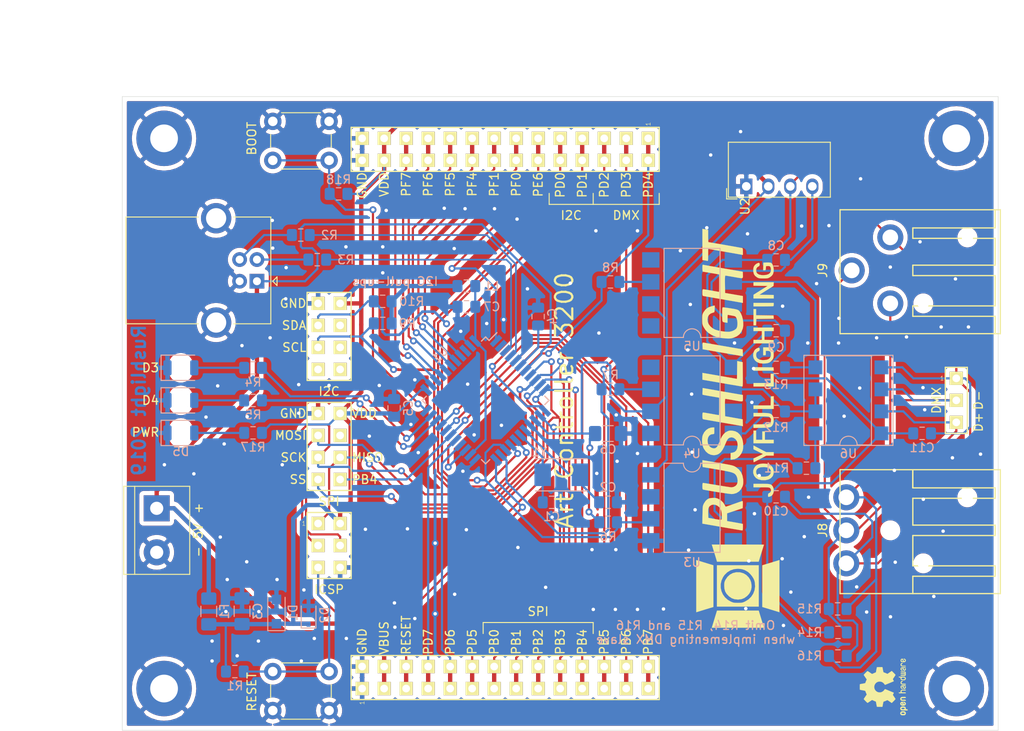
<source format=kicad_pcb>
(kicad_pcb (version 20171130) (host pcbnew 5.1.2+dfsg1-1)
  (title_block (title "Art Controller 3200") (date 2019-07-14) (rev A) (company Rushlight) (comment 1 "ondra6ak <ondra6ak@gmail.com>"))
  (layers (0 F.Cu signal) (31 B.Cu signal) (34 B.Paste user) (35 F.Paste user) (36 B.SilkS user) (37 F.SilkS user) (38 B.Mask user) (39 F.Mask user) (44 Edge.Cuts user))
  (net 0 "")
  (net 1 GND)
  (net 2 "Net-(C1-Pad1)")
  (net 3 "Net-(C2-Pad1)")
  (net 4 VDD)
  (net 5 "Net-(C4-Pad1)")
  (net 6 VDDA)
  (net 7 "Net-(D3-Pad2)")
  (net 8 "Net-(D4-Pad2)")
  (net 9 VBUS)
  (net 10 "Net-(J2-Pad2)")
  (net 11 "Net-(J2-Pad3)")
  (net 12 /PB4)
  (net 13 /PE6)
  (net 14 /PF0)
  (net 15 /PF1)
  (net 16 /PF4)
  (net 17 /PF5)
  (net 18 /PF6)
  (net 19 /PF7)
  (net 20 /MOSI)
  (net 21 /MISO)
  (net 22 "Net-(R4-Pad2)")
  (net 23 "Net-(R5-Pad2)")
  (net 24 "Net-(R7-Pad1)")
  (net 25 "Net-(R8-Pad1)")
  (net 26 /PD4)
  (net 27 "Net-(R11-Pad2)")
  (net 28 "Net-(R11-Pad1)")
  (net 29 "Net-(R12-Pad1)")
  (net 30 "Net-(R12-Pad2)")
  (net 31 "Net-(R13-Pad1)")
  (net 32 "Net-(J10-Pad3)")
  (net 33 "Net-(J10-Pad2)")
  (net 34 /PD1)
  (net 35 /PD0)
  (net 36 /PD3)
  (net 37 /PD2)
  (net 38 /PB0)
  (net 39 /PB1)
  (net 40 /PB5)
  (net 41 /PB6)
  (net 42 /PB7)
  (net 43 /PD5)
  (net 44 /PD6)
  (net 45 /PD7)
  (net 46 "Net-(J4-Pad8)")
  (net 47 "Net-(J4-Pad7)")
  (net 48 "Net-(J4-Pad6)")
  (net 49 "Net-(J4-Pad4)")
  (net 50 "Net-(U1-Pad42)")
  (net 51 "Net-(U1-Pad2)")
  (net 52 "Net-(U3-Pad1)")
  (net 53 "Net-(U3-Pad7)")
  (net 54 "Net-(U3-Pad4)")
  (net 55 "Net-(U4-Pad4)")
  (net 56 "Net-(U4-Pad7)")
  (net 57 "Net-(U4-Pad1)")
  (net 58 "Net-(U5-Pad4)")
  (net 59 "Net-(U5-Pad7)")
  (net 60 "Net-(U5-Pad1)")
  (net 61 /D+)
  (net 62 /D-)
  (net 63 /RESET)
  (net 64 "Net-(J6-Pad4)")
  (net 65 "Net-(R18-Pad2)")
  (net 66 /GND2)
  (net 67 /VDD2)
  (net 68 "Net-(D5-Pad2)")
  (module Via:via_0.8mm_0.4mm (layer F.Cu) (at 107.5 128.3)
    (fp_text reference REF** hide)
    (fp_text value via_0.8mm_0.4mm)
    (pad 1 thru_hole circle (at 0 0) (size 0.8 0.8) (drill 0.4) (layers *.Cu) (net 1 GND))
  )
  (module Via:via_0.8mm_0.4mm (layer F.Cu) (at 106.2 123.2)
    (fp_text reference REF** hide)
    (fp_text value via_0.8mm_0.4mm)
    (pad 1 thru_hole circle (at 0 0) (size 0.8 0.8) (drill 0.4) (layers *.Cu) (net 1 GND))
  )
  (module Via:via_0.8mm_0.4mm (layer F.Cu) (at 114.9 128.9)
    (fp_text reference REF** hide)
    (fp_text value via_0.8mm_0.4mm)
    (pad 1 thru_hole circle (at 0 0) (size 0.8 0.8) (drill 0.4) (layers *.Cu) (net 1 GND))
  )
  (module Via:via_0.8mm_0.4mm (layer F.Cu) (at 104.6 128.9)
    (fp_text reference REF** hide)
    (fp_text value via_0.8mm_0.4mm)
    (pad 1 thru_hole circle (at 0 0) (size 0.8 0.8) (drill 0.4) (layers *.Cu) (net 1 GND))
  )
  (module Via:via_0.8mm_0.4mm (layer F.Cu) (at 120.1 126.3)
    (fp_text reference REF** hide)
    (fp_text value via_0.8mm_0.4mm)
    (pad 1 thru_hole circle (at 0 0) (size 0.8 0.8) (drill 0.4) (layers *.Cu) (net 1 GND))
  )
  (module Via:via_0.8mm_0.4mm (layer F.Cu) (at 116.4 126.3)
    (fp_text reference REF** hide)
    (fp_text value via_0.8mm_0.4mm)
    (pad 1 thru_hole circle (at 0 0) (size 0.8 0.8) (drill 0.4) (layers *.Cu) (net 1 GND))
  )
  (module Via:via_0.8mm_0.4mm (layer F.Cu) (at 110 123.2)
    (fp_text reference REF** hide)
    (fp_text value via_0.8mm_0.4mm)
    (pad 1 thru_hole circle (at 0 0) (size 0.8 0.8) (drill 0.4) (layers *.Cu) (net 1 GND))
  )
  (module Via:via_0.8mm_0.4mm (layer F.Cu) (at 104.6 126.6)
    (fp_text reference REF** hide)
    (fp_text value via_0.8mm_0.4mm)
    (pad 1 thru_hole circle (at 0 0) (size 0.8 0.8) (drill 0.4) (layers *.Cu) (net 1 GND))
  )
  (module Button_Switch_THT:SW_PUSH_6mm (layer F.Cu) (at 118.11 71.12 180)
    (fp_text reference SW2 hide)
    (fp_text value BOOT (at 8.93 2.52 270) (layer F.SilkS))
    (pad 2 thru_hole circle (at 0 4.5 270) (size 2 2) (drill 1.1) (layers *.Cu *.Mask) (net 1 GND))
    (pad 1 thru_hole circle (at 0 0 270) (size 2 2) (drill 1.1) (layers *.Cu *.Mask) (net 65 "Net-(R18-Pad2)"))
    (pad 2 thru_hole circle (at 6.5 4.5 270) (size 2 2) (drill 1.1) (layers *.Cu *.Mask) (net 1 GND))
    (pad 1 thru_hole circle (at 6.5 0 270) (size 2 2) (drill 1.1) (layers *.Cu *.Mask) (net 65 "Net-(R18-Pad2)"))
  )
  (module Via:via_0.8mm_0.4mm (layer F.Cu) (at 176.911 92.202)
    (fp_text reference REF** hide)
    (fp_text value via_0.8mm_0.4mm)
    (pad 1 thru_hole circle (at 0 0) (size 0.8 0.8) (drill 0.4) (layers *.Cu) (net 1 GND))
  )
  (module Via:via_0.8mm_0.4mm (layer F.Cu) (at 173.355 92.202)
    (fp_text reference REF** hide)
    (fp_text value via_0.8mm_0.4mm)
    (pad 1 thru_hole circle (at 0 0) (size 0.8 0.8) (drill 0.4) (layers *.Cu) (net 1 GND))
  )
  (module Via:via_0.8mm_0.4mm (layer F.Cu) (at 174.371 85.344)
    (fp_text reference REF** hide)
    (fp_text value via_0.8mm_0.4mm)
    (pad 1 thru_hole circle (at 0 0) (size 0.8 0.8) (drill 0.4) (layers *.Cu) (net 1 GND))
  )
  (module Via:via_0.8mm_0.4mm (layer F.Cu) (at 182.88 83.439)
    (fp_text reference REF** hide)
    (fp_text value via_0.8mm_0.4mm)
    (pad 1 thru_hole circle (at 0 0) (size 0.8 0.8) (drill 0.4) (layers *.Cu) (net 1 GND))
  )
  (module Via:via_0.8mm_0.4mm (layer F.Cu) (at 186.309 80.518)
    (fp_text reference REF** hide)
    (fp_text value via_0.8mm_0.4mm)
    (pad 1 thru_hole circle (at 0 0) (size 0.8 0.8) (drill 0.4) (layers *.Cu) (net 1 GND))
  )
  (module Via:via_0.8mm_0.4mm (layer F.Cu) (at 186.69 110.236)
    (fp_text reference REF** hide)
    (fp_text value via_0.8mm_0.4mm)
    (pad 1 thru_hole circle (at 0 0) (size 0.8 0.8) (drill 0.4) (layers *.Cu) (net 1 GND))
  )
  (module Via:via_0.8mm_0.4mm (layer F.Cu) (at 193.294 105.029)
    (fp_text reference REF** hide)
    (fp_text value via_0.8mm_0.4mm)
    (pad 1 thru_hole circle (at 0 0) (size 0.8 0.8) (drill 0.4) (layers *.Cu) (net 1 GND))
  )
  (module Via:via_0.8mm_0.4mm (layer F.Cu) (at 188.976 113.919)
    (fp_text reference REF** hide)
    (fp_text value via_0.8mm_0.4mm)
    (pad 1 thru_hole circle (at 0 0) (size 0.8 0.8) (drill 0.4) (layers *.Cu) (net 1 GND))
  )
  (module Symbol:OSHW-Logo2_7.3x6mm_SilkScreen (layer F.Cu) (at 182.118 131.9 90)
    (fp_text reference REF** hide)
    (fp_text value OSHW-Logo2_7.3x6mm_SilkScreen hide)
  )
  (module Rushlight_Logo:mid (layer F.Cu) (at 165.45 101.95 90)
    (fp_text reference G*** hide)
    (fp_text value LOGO hide)
  )
  (module Via:via_0.8mm_0.4mm (layer F.Cu) (at 167.2 111.9)
    (fp_text reference REF** hide)
    (fp_text value via_0.8mm_0.4mm)
    (pad 1 thru_hole circle (at 0 0) (size 0.8 0.8) (drill 0.4) (layers *.Cu) (net 1 GND))
  )
  (module Via:via_0.8mm_0.4mm (layer F.Cu) (at 166.2 122.85)
    (fp_text reference REF** hide)
    (fp_text value via_0.8mm_0.4mm)
    (pad 1 thru_hole circle (at 0 0) (size 0.8 0.8) (drill 0.4) (layers *.Cu) (net 1 GND))
  )
  (module Via:via_0.8mm_0.4mm (layer F.Cu) (at 170.55 124.8)
    (fp_text reference REF** hide)
    (fp_text value via_0.8mm_0.4mm)
    (pad 1 thru_hole circle (at 0 0) (size 0.8 0.8) (drill 0.4) (layers *.Cu) (net 1 GND))
  )
  (module Via:via_0.8mm_0.4mm (layer F.Cu) (at 183.45 117.5)
    (fp_text reference REF** hide)
    (fp_text value via_0.8mm_0.4mm)
    (pad 1 thru_hole circle (at 0 0) (size 0.8 0.8) (drill 0.4) (layers *.Cu) (net 1 GND))
  )
  (module Via:via_0.8mm_0.4mm (layer F.Cu) (at 182.9 123.8)
    (fp_text reference REF** hide)
    (fp_text value via_0.8mm_0.4mm)
    (pad 1 thru_hole circle (at 0 0) (size 0.8 0.8) (drill 0.4) (layers *.Cu) (net 1 GND))
  )
  (module Via:via_0.8mm_0.4mm (layer F.Cu) (at 187.9 121.45)
    (fp_text reference REF** hide)
    (fp_text value via_0.8mm_0.4mm)
    (pad 1 thru_hole circle (at 0 0) (size 0.8 0.8) (drill 0.4) (layers *.Cu) (net 1 GND))
  )
  (module Via:via_0.8mm_0.4mm (layer F.Cu) (at 186.65 97.35)
    (fp_text reference REF** hide)
    (fp_text value via_0.8mm_0.4mm)
    (pad 1 thru_hole circle (at 0 0) (size 0.8 0.8) (drill 0.4) (layers *.Cu) (net 1 GND))
  )
  (module Via:via_0.8mm_0.4mm (layer F.Cu) (at 184.75 91.5)
    (fp_text reference REF** hide)
    (fp_text value via_0.8mm_0.4mm)
    (pad 1 thru_hole circle (at 0 0) (size 0.8 0.8) (drill 0.4) (layers *.Cu) (net 1 GND))
  )
  (module Via:via_0.8mm_0.4mm (layer F.Cu) (at 181.3 91.6)
    (fp_text reference REF** hide)
    (fp_text value via_0.8mm_0.4mm)
    (pad 1 thru_hole circle (at 0 0) (size 0.8 0.8) (drill 0.4) (layers *.Cu) (net 1 GND))
  )
  (module Via:via_0.8mm_0.4mm (layer F.Cu) (at 176.95 89.35)
    (fp_text reference REF** hide)
    (fp_text value via_0.8mm_0.4mm)
    (pad 1 thru_hole circle (at 0 0) (size 0.8 0.8) (drill 0.4) (layers *.Cu) (net 1 GND))
  )
  (module Via:via_0.8mm_0.4mm (layer F.Cu) (at 170.4 117.1)
    (fp_text reference REF** hide)
    (fp_text value via_0.8mm_0.4mm)
    (pad 1 thru_hole circle (at 0 0) (size 0.8 0.8) (drill 0.4) (layers *.Cu) (net 1 GND))
  )
  (module Via:via_0.8mm_0.4mm (layer F.Cu) (at 166.55 117.35)
    (fp_text reference REF** hide)
    (fp_text value via_0.8mm_0.4mm)
    (pad 1 thru_hole circle (at 0 0) (size 0.8 0.8) (drill 0.4) (layers *.Cu) (net 1 GND))
  )
  (module Via:via_0.8mm_0.4mm (layer F.Cu) (at 159.6 116.1)
    (fp_text reference REF** hide)
    (fp_text value via_0.8mm_0.4mm)
    (pad 1 thru_hole circle (at 0 0) (size 0.8 0.8) (drill 0.4) (layers *.Cu) (net 1 GND))
  )
  (module Via:via_0.8mm_0.4mm (layer F.Cu) (at 159.5 93)
    (fp_text reference REF** hide)
    (fp_text value via_0.8mm_0.4mm)
    (pad 1 thru_hole circle (at 0 0) (size 0.8 0.8) (drill 0.4) (layers *.Cu) (net 1 GND))
  )
  (module Via:via_0.8mm_0.4mm (layer F.Cu) (at 160 104.8)
    (fp_text reference REF** hide)
    (fp_text value via_0.8mm_0.4mm)
    (pad 1 thru_hole circle (at 0 0) (size 0.8 0.8) (drill 0.4) (layers *.Cu) (net 1 GND))
  )
  (module Via:via_0.8mm_0.4mm (layer F.Cu) (at 159.95 98.1)
    (fp_text reference REF** hide)
    (fp_text value via_0.8mm_0.4mm)
    (pad 1 thru_hole circle (at 0 0) (size 0.8 0.8) (drill 0.4) (layers *.Cu) (net 1 GND))
  )
  (module Via:via_0.8mm_0.4mm (layer F.Cu) (at 108.05 92.5)
    (fp_text reference REF** hide)
    (fp_text value via_0.8mm_0.4mm)
    (pad 1 thru_hole circle (at 0 0) (size 0.8 0.8) (drill 0.4) (layers *.Cu) (net 1 GND))
  )
  (module Via:via_0.8mm_0.4mm (layer F.Cu) (at 111.3 91.6)
    (fp_text reference REF** hide)
    (fp_text value via_0.8mm_0.4mm)
    (pad 1 thru_hole circle (at 0 0) (size 0.8 0.8) (drill 0.4) (layers *.Cu) (net 1 GND))
  )
  (module Via:via_0.8mm_0.4mm (layer F.Cu) (at 130.35 115.3)
    (fp_text reference REF** hide)
    (fp_text value via_0.8mm_0.4mm)
    (pad 1 thru_hole circle (at 0 0) (size 0.8 0.8) (drill 0.4) (layers *.Cu) (net 1 GND))
  )
  (module Via:via_0.8mm_0.4mm (layer F.Cu) (at 130.35 123.45)
    (fp_text reference REF** hide)
    (fp_text value via_0.8mm_0.4mm)
    (pad 1 thru_hole circle (at 0 0) (size 0.8 0.8) (drill 0.4) (layers *.Cu) (net 1 GND))
  )
  (module Via:via_0.8mm_0.4mm (layer F.Cu) (at 105.55 114.6)
    (fp_text reference REF** hide)
    (fp_text value via_0.8mm_0.4mm)
    (pad 1 thru_hole circle (at 0 0) (size 0.8 0.8) (drill 0.4) (layers *.Cu) (net 1 GND))
  )
  (module Via:via_0.8mm_0.4mm (layer F.Cu) (at 106.35 119.5)
    (fp_text reference REF** hide)
    (fp_text value via_0.8mm_0.4mm)
    (pad 1 thru_hole circle (at 0 0) (size 0.8 0.8) (drill 0.4) (layers *.Cu) (net 1 GND))
  )
  (module Via:via_0.8mm_0.4mm (layer F.Cu) (at 108.6 117.45)
    (fp_text reference REF** hide)
    (fp_text value via_0.8mm_0.4mm)
    (pad 1 thru_hole circle (at 0 0) (size 0.8 0.8) (drill 0.4) (layers *.Cu) (net 1 GND))
  )
  (module Via:via_0.8mm_0.4mm (layer F.Cu) (at 109.95 126.6)
    (fp_text reference REF** hide)
    (fp_text value via_0.8mm_0.4mm)
    (pad 1 thru_hole circle (at 0 0) (size 0.8 0.8) (drill 0.4) (layers *.Cu) (net 1 GND))
  )
  (module Via:via_0.8mm_0.4mm (layer F.Cu) (at 112.1 119.5)
    (fp_text reference REF** hide)
    (fp_text value via_0.8mm_0.4mm)
    (pad 1 thru_hole circle (at 0 0) (size 0.8 0.8) (drill 0.4) (layers *.Cu) (net 1 GND))
  )
  (module Via:via_0.8mm_0.4mm (layer F.Cu) (at 115.2 120.7)
    (fp_text reference REF** hide)
    (fp_text value via_0.8mm_0.4mm)
    (pad 1 thru_hole circle (at 0 0) (size 0.8 0.8) (drill 0.4) (layers *.Cu) (net 1 GND))
  )
  (module Via:via_0.8mm_0.4mm (layer F.Cu) (at 122.3 113.7)
    (fp_text reference REF** hide)
    (fp_text value via_0.8mm_0.4mm)
    (pad 1 thru_hole circle (at 0 0) (size 0.8 0.8) (drill 0.4) (layers *.Cu) (net 1 GND))
  )
  (module Via:via_0.8mm_0.4mm (layer F.Cu) (at 133.95 113.75)
    (fp_text reference REF** hide)
    (fp_text value via_0.8mm_0.4mm)
    (pad 1 thru_hole circle (at 0 0) (size 0.8 0.8) (drill 0.4) (layers *.Cu) (net 1 GND))
  )
  (module Via:via_0.8mm_0.4mm (layer F.Cu) (at 151.25 100.5)
    (fp_text reference REF** hide)
    (fp_text value via_0.8mm_0.4mm)
    (pad 1 thru_hole circle (at 0 0) (size 0.8 0.8) (drill 0.4) (layers *.Cu) (net 1 GND))
  )
  (module Via:via_0.8mm_0.4mm (layer F.Cu) (at 143.85 112.3)
    (fp_text reference REF** hide)
    (fp_text value via_0.8mm_0.4mm)
    (pad 1 thru_hole circle (at 0 0) (size 0.8 0.8) (drill 0.4) (layers *.Cu) (net 1 GND))
  )
  (module Via:via_0.8mm_0.4mm (layer F.Cu) (at 173.45 110)
    (fp_text reference REF** hide)
    (fp_text value via_0.8mm_0.4mm)
    (pad 1 thru_hole circle (at 0 0) (size 0.8 0.8) (drill 0.4) (layers *.Cu) (net 1 GND))
  )
  (module Via:via_0.8mm_0.4mm (layer F.Cu) (at 167.75 107.5)
    (fp_text reference REF** hide)
    (fp_text value via_0.8mm_0.4mm)
    (pad 1 thru_hole circle (at 0 0) (size 0.8 0.8) (drill 0.4) (layers *.Cu) (net 1 GND))
  )
  (module Via:via_0.8mm_0.4mm (layer F.Cu) (at 179 120.35)
    (fp_text reference REF** hide)
    (fp_text value via_0.8mm_0.4mm)
    (pad 1 thru_hole circle (at 0 0) (size 0.8 0.8) (drill 0.4) (layers *.Cu) (net 1 GND))
  )
  (module Via:via_0.8mm_0.4mm (layer F.Cu) (at 180.15 123.25)
    (fp_text reference REF** hide)
    (fp_text value via_0.8mm_0.4mm)
    (pad 1 thru_hole circle (at 0 0) (size 0.8 0.8) (drill 0.4) (layers *.Cu) (net 1 GND))
  )
  (module Via:via_0.8mm_0.4mm (layer F.Cu) (at 171.4 120.95)
    (fp_text reference REF** hide)
    (fp_text value via_0.8mm_0.4mm)
    (pad 1 thru_hole circle (at 0 0) (size 0.8 0.8) (drill 0.4) (layers *.Cu) (net 1 GND))
  )
  (module Via:via_0.8mm_0.4mm (layer F.Cu) (at 172.95 114.55)
    (fp_text reference REF** hide)
    (fp_text value via_0.8mm_0.4mm)
    (pad 1 thru_hole circle (at 0 0) (size 0.8 0.8) (drill 0.4) (layers *.Cu) (net 1 GND))
  )
  (module Via:via_0.8mm_0.4mm (layer F.Cu) (at 179.35 97.4)
    (fp_text reference REF** hide)
    (fp_text value via_0.8mm_0.4mm)
    (pad 1 thru_hole circle (at 0 0) (size 0.8 0.8) (drill 0.4) (layers *.Cu) (net 1 GND))
  )
  (module Via:via_0.8mm_0.4mm (layer F.Cu) (at 177.55 100.65)
    (fp_text reference REF** hide)
    (fp_text value via_0.8mm_0.4mm)
    (pad 1 thru_hole circle (at 0 0) (size 0.8 0.8) (drill 0.4) (layers *.Cu) (net 1 GND))
  )
  (module Via:via_0.8mm_0.4mm (layer F.Cu) (at 186.85 99.9)
    (fp_text reference REF** hide)
    (fp_text value via_0.8mm_0.4mm)
    (pad 1 thru_hole circle (at 0 0) (size 0.8 0.8) (drill 0.4) (layers *.Cu) (net 1 GND))
  )
  (module Via:via_0.8mm_0.4mm (layer F.Cu) (at 183.35 106.9)
    (fp_text reference REF** hide)
    (fp_text value via_0.8mm_0.4mm)
    (pad 1 thru_hole circle (at 0 0) (size 0.8 0.8) (drill 0.4) (layers *.Cu) (net 1 GND))
  )
  (module Via:via_0.8mm_0.4mm (layer F.Cu) (at 190.05 105.45)
    (fp_text reference REF** hide)
    (fp_text value via_0.8mm_0.4mm)
    (pad 1 thru_hole circle (at 0 0) (size 0.8 0.8) (drill 0.4) (layers *.Cu) (net 1 GND))
  )
  (module Via:via_0.8mm_0.4mm (layer F.Cu) (at 191.9 90.35)
    (fp_text reference REF** hide)
    (fp_text value via_0.8mm_0.4mm)
    (pad 1 thru_hole circle (at 0 0) (size 0.8 0.8) (drill 0.4) (layers *.Cu) (net 1 GND))
  )
  (module Via:via_0.8mm_0.4mm (layer F.Cu) (at 188.75 90.35)
    (fp_text reference REF** hide)
    (fp_text value via_0.8mm_0.4mm)
    (pad 1 thru_hole circle (at 0 0) (size 0.8 0.8) (drill 0.4) (layers *.Cu) (net 1 GND))
  )
  (module Via:via_0.8mm_0.4mm (layer F.Cu) (at 190.4 84.8)
    (fp_text reference REF** hide)
    (fp_text value via_0.8mm_0.4mm)
    (pad 1 thru_hole circle (at 0 0) (size 0.8 0.8) (drill 0.4) (layers *.Cu) (net 1 GND))
  )
  (module Via:via_0.8mm_0.4mm (layer F.Cu) (at 179.45 73.25)
    (fp_text reference REF** hide)
    (fp_text value via_0.8mm_0.4mm)
    (pad 1 thru_hole circle (at 0 0) (size 0.8 0.8) (drill 0.4) (layers *.Cu) (net 1 GND))
  )
  (module Via:via_0.8mm_0.4mm (layer F.Cu) (at 165.6 67.8)
    (fp_text reference REF** hide)
    (fp_text value via_0.8mm_0.4mm)
    (pad 1 thru_hole circle (at 0 0) (size 0.8 0.8) (drill 0.4) (layers *.Cu) (net 1 GND))
  )
  (module Via:via_0.8mm_0.4mm (layer F.Cu) (at 162.15 70.5)
    (fp_text reference REF** hide)
    (fp_text value via_0.8mm_0.4mm)
    (pad 1 thru_hole circle (at 0 0) (size 0.8 0.8) (drill 0.4) (layers *.Cu) (net 1 GND))
  )
  (module Via:via_0.8mm_0.4mm (layer F.Cu) (at 120.05 81.1)
    (fp_text reference REF** hide)
    (fp_text value via_0.8mm_0.4mm)
    (pad 1 thru_hole circle (at 0 0) (size 0.8 0.8) (drill 0.4) (layers *.Cu) (net 1 GND))
  )
  (module Via:via_0.8mm_0.4mm (layer F.Cu) (at 113.1 87.1)
    (fp_text reference REF** hide)
    (fp_text value via_0.8mm_0.4mm)
    (pad 1 thru_hole circle (at 0 0) (size 0.8 0.8) (drill 0.4) (layers *.Cu) (net 1 GND))
  )
  (module Via:via_0.8mm_0.4mm (layer F.Cu) (at 111.55 78.05)
    (fp_text reference REF** hide)
    (fp_text value via_0.8mm_0.4mm)
    (pad 1 thru_hole circle (at 0 0) (size 0.8 0.8) (drill 0.4) (layers *.Cu) (net 1 GND))
  )
  (module Via:via_0.8mm_0.4mm (layer F.Cu) (at 113.15 83.5)
    (fp_text reference REF** hide)
    (fp_text value via_0.8mm_0.4mm)
    (pad 1 thru_hole circle (at 0 0) (size 0.8 0.8) (drill 0.4) (layers *.Cu) (net 1 GND))
  )
  (module Via:via_0.8mm_0.4mm (layer F.Cu) (at 111.6 81.25)
    (fp_text reference REF** hide)
    (fp_text value via_0.8mm_0.4mm)
    (pad 1 thru_hole circle (at 0 0) (size 0.8 0.8) (drill 0.4) (layers *.Cu) (net 1 GND))
  )
  (module Via:via_0.8mm_0.4mm (layer F.Cu) (at 143.1 120.4)
    (fp_text reference REF** hide)
    (fp_text value via_0.8mm_0.4mm)
    (pad 1 thru_hole circle (at 0 0) (size 0.8 0.8) (drill 0.4) (layers *.Cu) (net 1 GND))
  )
  (module Via:via_0.8mm_0.4mm (layer F.Cu) (at 148.6 122.95)
    (fp_text reference REF** hide)
    (fp_text value via_0.8mm_0.4mm)
    (pad 1 thru_hole circle (at 0 0) (size 0.8 0.8) (drill 0.4) (layers *.Cu) (net 1 GND))
  )
  (module Via:via_0.8mm_0.4mm (layer F.Cu) (at 151.15 122.95)
    (fp_text reference REF** hide)
    (fp_text value via_0.8mm_0.4mm)
    (pad 1 thru_hole circle (at 0 0) (size 0.8 0.8) (drill 0.4) (layers *.Cu) (net 1 GND))
  )
  (module Via:via_0.8mm_0.4mm (layer F.Cu) (at 153.7 122.95)
    (fp_text reference REF** hide)
    (fp_text value via_0.8mm_0.4mm)
    (pad 1 thru_hole circle (at 0 0) (size 0.8 0.8) (drill 0.4) (layers *.Cu) (net 1 GND))
  )
  (module Via:via_0.8mm_0.4mm (layer F.Cu) (at 156.7 122.9)
    (fp_text reference REF** hide)
    (fp_text value via_0.8mm_0.4mm)
    (pad 1 thru_hole circle (at 0 0) (size 0.8 0.8) (drill 0.4) (layers *.Cu) (net 1 GND))
  )
  (module Via:via_0.8mm_0.4mm (layer F.Cu) (at 125.65 122.2)
    (fp_text reference REF** hide)
    (fp_text value via_0.8mm_0.4mm)
    (pad 1 thru_hole circle (at 0 0) (size 0.8 0.8) (drill 0.4) (layers *.Cu) (net 1 GND))
  )
  (module Via:via_0.8mm_0.4mm (layer F.Cu) (at 125.7 125)
    (fp_text reference REF** hide)
    (fp_text value via_0.8mm_0.4mm)
    (pad 1 thru_hole circle (at 0 0) (size 0.8 0.8) (drill 0.4) (layers *.Cu) (net 1 GND))
  )
  (module Via:via_0.8mm_0.4mm (layer F.Cu) (at 128 124)
    (fp_text reference REF** hide)
    (fp_text value via_0.8mm_0.4mm)
    (pad 1 thru_hole circle (at 0 0) (size 0.8 0.8) (drill 0.4) (layers *.Cu) (net 1 GND))
  )
  (module Via:via_0.8mm_0.4mm (layer F.Cu) (at 132.6 121.2)
    (fp_text reference REF** hide)
    (fp_text value via_0.8mm_0.4mm)
    (pad 1 thru_hole circle (at 0 0) (size 0.8 0.8) (drill 0.4) (layers *.Cu) (net 1 GND))
  )
  (module Via:via_0.8mm_0.4mm (layer F.Cu) (at 99.1 106.25)
    (fp_text reference REF** hide)
    (fp_text value via_0.8mm_0.4mm)
    (pad 1 thru_hole circle (at 0 0) (size 0.8 0.8) (drill 0.4) (layers *.Cu) (net 1 GND))
  )
  (module Via:via_0.8mm_0.4mm (layer F.Cu) (at 102.5 107.3)
    (fp_text reference REF** hide)
    (fp_text value via_0.8mm_0.4mm)
    (pad 1 thru_hole circle (at 0 0) (size 0.8 0.8) (drill 0.4) (layers *.Cu) (net 1 GND))
  )
  (module Via:via_0.8mm_0.4mm (layer F.Cu) (at 112.7 106.25)
    (fp_text reference REF** hide)
    (fp_text value via_0.8mm_0.4mm)
    (pad 1 thru_hole circle (at 0 0) (size 0.8 0.8) (drill 0.4) (layers *.Cu) (net 1 GND))
  )
  (module Via:via_0.8mm_0.4mm (layer F.Cu) (at 103.9 100.75)
    (fp_text reference REF** hide)
    (fp_text value via_0.8mm_0.4mm)
    (pad 1 thru_hole circle (at 0 0) (size 0.8 0.8) (drill 0.4) (layers *.Cu) (net 1 GND))
  )
  (module Via:via_0.8mm_0.4mm (layer F.Cu) (at 106 103.85)
    (fp_text reference REF** hide)
    (fp_text value via_0.8mm_0.4mm)
    (pad 1 thru_hole circle (at 0 0) (size 0.8 0.8) (drill 0.4) (layers *.Cu) (net 1 GND))
  )
  (module Via:via_0.8mm_0.4mm (layer F.Cu) (at 108.65 100.7)
    (fp_text reference REF** hide)
    (fp_text value via_0.8mm_0.4mm)
    (pad 1 thru_hole circle (at 0 0) (size 0.8 0.8) (drill 0.4) (layers *.Cu) (net 1 GND))
  )
  (module Via:via_0.8mm_0.4mm (layer F.Cu) (at 105.25 97.15)
    (fp_text reference REF** hide)
    (fp_text value via_0.8mm_0.4mm)
    (pad 1 thru_hole circle (at 0 0) (size 0.8 0.8) (drill 0.4) (layers *.Cu) (net 1 GND))
  )
  (module Via:via_0.8mm_0.4mm (layer F.Cu) (at 114.6 97)
    (fp_text reference REF** hide)
    (fp_text value via_0.8mm_0.4mm)
    (pad 1 thru_hole circle (at 0 0) (size 0.8 0.8) (drill 0.4) (layers *.Cu) (net 1 GND))
  )
  (module Via:via_0.8mm_0.4mm (layer F.Cu) (at 114.6 100.3)
    (fp_text reference REF** hide)
    (fp_text value via_0.8mm_0.4mm)
    (pad 1 thru_hole circle (at 0 0) (size 0.8 0.8) (drill 0.4) (layers *.Cu) (net 1 GND))
  )
  (module Via:via_0.8mm_0.4mm (layer F.Cu) (at 118.1 97.1)
    (fp_text reference REF** hide)
    (fp_text value via_0.8mm_0.4mm)
    (pad 1 thru_hole circle (at 0 0) (size 0.8 0.8) (drill 0.4) (layers *.Cu) (net 1 GND))
  )
  (module Via:via_0.8mm_0.4mm (layer F.Cu) (at 134.85 102.8)
    (fp_text reference REF** hide)
    (fp_text value via_0.8mm_0.4mm)
    (pad 1 thru_hole circle (at 0 0) (size 0.8 0.8) (drill 0.4) (layers *.Cu) (net 1 GND))
  )
  (module Via:via_0.8mm_0.4mm (layer F.Cu) (at 133.3 90.85)
    (fp_text reference REF** hide)
    (fp_text value via_0.8mm_0.4mm)
    (pad 1 thru_hole circle (at 0 0) (size 0.8 0.8) (drill 0.4) (layers *.Cu) (net 1 GND))
  )
  (module Via:via_0.8mm_0.4mm (layer F.Cu) (at 148.9 79.25)
    (fp_text reference REF** hide)
    (fp_text value via_0.8mm_0.4mm)
    (pad 1 thru_hole circle (at 0 0) (size 0.8 0.8) (drill 0.4) (layers *.Cu) (net 1 GND))
  )
  (module Via:via_0.8mm_0.4mm (layer F.Cu) (at 153.7 79.25)
    (fp_text reference REF** hide)
    (fp_text value via_0.8mm_0.4mm)
    (pad 1 thru_hole circle (at 0 0) (size 0.8 0.8) (drill 0.4) (layers *.Cu) (net 1 GND))
  )
  (module Via:via_0.8mm_0.4mm (layer F.Cu) (at 124.7 76.9)
    (fp_text reference REF** hide)
    (fp_text value via_0.8mm_0.4mm)
    (pad 1 thru_hole circle (at 0 0) (size 0.8 0.8) (drill 0.4) (layers *.Cu) (net 1 GND))
  )
  (module Via:via_0.8mm_0.4mm (layer F.Cu) (at 124.3 84.1)
    (fp_text reference REF** hide)
    (fp_text value via_0.8mm_0.4mm)
    (pad 1 thru_hole circle (at 0 0) (size 0.8 0.8) (drill 0.4) (layers *.Cu) (net 1 GND))
  )
  (module Via:via_0.8mm_0.4mm (layer F.Cu) (at 124.3 81.1)
    (fp_text reference REF** hide)
    (fp_text value via_0.8mm_0.4mm)
    (pad 1 thru_hole circle (at 0 0) (size 0.8 0.8) (drill 0.4) (layers *.Cu) (net 1 GND))
  )
  (module Via:via_0.8mm_0.4mm (layer F.Cu) (at 132.55 81.3)
    (fp_text reference REF** hide)
    (fp_text value via_0.8mm_0.4mm)
    (pad 1 thru_hole circle (at 0 0) (size 0.8 0.8) (drill 0.4) (layers *.Cu) (net 1 GND))
  )
  (module Via:via_0.8mm_0.4mm (layer F.Cu) (at 131.4 76.65)
    (fp_text reference REF** hide)
    (fp_text value via_0.8mm_0.4mm)
    (pad 1 thru_hole circle (at 0 0) (size 0.8 0.8) (drill 0.4) (layers *.Cu) (net 1 GND))
  )
  (module Via:via_0.8mm_0.4mm (layer F.Cu) (at 133.8 76.7)
    (fp_text reference REF** hide)
    (fp_text value via_0.8mm_0.4mm)
    (pad 1 thru_hole circle (at 0 0) (size 0.8 0.8) (drill 0.4) (layers *.Cu) (net 1 GND))
  )
  (module Via:via_0.8mm_0.4mm (layer F.Cu) (at 137.2 76.7)
    (fp_text reference REF** hide)
    (fp_text value via_0.8mm_0.4mm)
    (pad 1 thru_hole circle (at 0 0) (size 0.8 0.8) (drill 0.4) (layers *.Cu) (net 1 GND))
  )
  (module Via:via_0.8mm_0.4mm (layer F.Cu) (at 139.8 77.9)
    (fp_text reference REF** hide)
    (fp_text value via_0.8mm_0.4mm)
    (pad 1 thru_hole circle (at 0 0) (size 0.8 0.8) (drill 0.4) (layers *.Cu) (net 1 GND))
  )
  (module Via:via_0.8mm_0.4mm (layer F.Cu) (at 148.45 116.05)
    (fp_text reference REF** hide)
    (fp_text value via_0.8mm_0.4mm)
    (pad 1 thru_hole circle (at 0 0) (size 0.8 0.8) (drill 0.4) (layers *.Cu) (net 1 GND))
  )
  (module Via:via_0.8mm_0.4mm (layer F.Cu) (at 151.2 116.05)
    (fp_text reference REF** hide)
    (fp_text value via_0.8mm_0.4mm)
    (pad 1 thru_hole circle (at 0 0) (size 0.8 0.8) (drill 0.4) (layers *.Cu) (net 1 GND))
  )
  (module Via:via_0.8mm_0.4mm (layer F.Cu) (at 153.7 104.95)
    (fp_text reference REF** hide)
    (fp_text value via_0.8mm_0.4mm)
    (pad 1 thru_hole circle (at 0 0) (size 0.8 0.8) (drill 0.4) (layers *.Cu) (net 1 GND))
  )
  (module Via:via_0.8mm_0.4mm (layer F.Cu) (at 151.35 105.85)
    (fp_text reference REF** hide)
    (fp_text value via_0.8mm_0.4mm)
    (pad 1 thru_hole circle (at 0 0) (size 0.8 0.8) (drill 0.4) (layers *.Cu) (net 1 GND))
  )
  (module Via:via_0.8mm_0.4mm (layer F.Cu) (at 149 107.25)
    (fp_text reference REF** hide)
    (fp_text value via_0.8mm_0.4mm)
    (pad 1 thru_hole circle (at 0 0) (size 0.8 0.8) (drill 0.4) (layers *.Cu) (net 1 GND))
  )
  (module Via:via_0.8mm_0.4mm (layer F.Cu) (at 160.35 111.45)
    (fp_text reference REF** hide)
    (fp_text value via_0.8mm_0.4mm)
    (pad 1 thru_hole circle (at 0 0) (size 0.8 0.8) (drill 0.4) (layers *.Cu) (net 1 GND))
  )
  (module Via:via_0.8mm_0.4mm (layer F.Cu) (at 164.9 92.2)
    (fp_text reference REF** hide)
    (fp_text value via_0.8mm_0.4mm)
    (pad 1 thru_hole circle (at 0 0) (size 0.8 0.8) (drill 0.4) (layers *.Cu) (net 1 GND))
  )
  (module Via:via_0.8mm_0.4mm (layer F.Cu) (at 167.1 95.15)
    (fp_text reference REF** hide)
    (fp_text value via_0.8mm_0.4mm)
    (pad 1 thru_hole circle (at 0 0) (size 0.8 0.8) (drill 0.4) (layers *.Cu) (net 1 GND))
  )
  (module Via:via_0.8mm_0.4mm (layer F.Cu) (at 166.9 99.05)
    (fp_text reference REF** hide)
    (fp_text value via_0.8mm_0.4mm)
    (pad 1 thru_hole circle (at 0 0) (size 0.8 0.8) (drill 0.4) (layers *.Cu) (net 1 GND))
  )
  (module Via:via_0.8mm_0.4mm (layer F.Cu) (at 170.45 87.95)
    (fp_text reference REF** hide)
    (fp_text value via_0.8mm_0.4mm)
    (pad 1 thru_hole circle (at 0 0) (size 0.8 0.8) (drill 0.4) (layers *.Cu) (net 1 GND))
  )
  (module Via:via_0.8mm_0.4mm (layer F.Cu) (at 175.8 78.65)
    (fp_text reference REF** hide)
    (fp_text value via_0.8mm_0.4mm)
    (pad 1 thru_hole circle (at 0 0) (size 0.8 0.8) (drill 0.4) (layers *.Cu) (net 1 GND))
  )
  (module Via:via_0.8mm_0.4mm (layer F.Cu) (at 172.65 78.7)
    (fp_text reference REF** hide)
    (fp_text value via_0.8mm_0.4mm)
    (pad 1 thru_hole circle (at 0 0) (size 0.8 0.8) (drill 0.4) (layers *.Cu) (net 1 GND))
  )
  (module Via:via_0.8mm_0.4mm (layer F.Cu) (at 166.4 79.6)
    (fp_text reference REF** hide)
    (fp_text value via_0.8mm_0.4mm)
    (pad 1 thru_hole circle (at 0 0) (size 0.8 0.8) (drill 0.4) (layers *.Cu) (net 1 GND))
  )
  (module Via:via_0.8mm_0.4mm (layer F.Cu) (at 161.7 78.9)
    (fp_text reference REF** hide)
    (fp_text value via_0.8mm_0.4mm)
    (pad 1 thru_hole circle (at 0 0) (size 0.8 0.8) (drill 0.4) (layers *.Cu) (net 1 GND))
  )
  (module Via:via_0.8mm_0.4mm (layer F.Cu) (at 158.65 81.55)
    (fp_text reference REF** hide)
    (fp_text value via_0.8mm_0.4mm)
    (pad 1 thru_hole circle (at 0 0) (size 0.8 0.8) (drill 0.4) (layers *.Cu) (net 1 GND))
  )
  (module Via:via_0.8mm_0.4mm (layer F.Cu) (at 159.8 87.75)
    (fp_text reference REF** hide)
    (fp_text value via_0.8mm_0.4mm)
    (pad 1 thru_hole circle (at 0 0) (size 0.8 0.8) (drill 0.4) (layers *.Cu) (net 1 GND))
  )
  (module Via:via_0.8mm_0.4mm (layer F.Cu) (at 128.4 104.85)
    (fp_text reference REF** hide)
    (fp_text value via_0.8mm_0.4mm)
    (pad 1 thru_hole circle (at 0 0) (size 0.8 0.8) (drill 0.4) (layers *.Cu) (net 1 GND))
  )
  (module Via:via_0.8mm_0.4mm (layer F.Cu) (at 127.15 113.65)
    (fp_text reference REF** hide)
    (fp_text value via_0.8mm_0.4mm)
    (pad 1 thru_hole circle (at 0 0) (size 0.8 0.8) (drill 0.4) (layers *.Cu) (net 1 GND))
  )
  (module Via:via_0.8mm_0.4mm (layer F.Cu) (at 122.75 102.95)
    (fp_text reference REF** hide)
    (fp_text value via_0.8mm_0.4mm)
    (pad 1 thru_hole circle (at 0 0) (size 0.8 0.8) (drill 0.4) (layers *.Cu) (net 1 GND))
  )
  (module Via:via_0.8mm_0.4mm (layer F.Cu) (at 127.55 101.6)
    (fp_text reference REF** hide)
    (fp_text value via_0.8mm_0.4mm)
    (pad 1 thru_hole circle (at 0 0) (size 0.8 0.8) (drill 0.4) (layers *.Cu) (net 1 GND))
  )
  (module Via:via_0.8mm_0.4mm (layer F.Cu) (at 123.9 97.1)
    (fp_text reference REF** hide)
    (fp_text value via_0.8mm_0.4mm)
    (pad 1 thru_hole circle (at 0 0) (size 0.8 0.8) (drill 0.4) (layers *.Cu) (net 1 GND))
  )
  (module Via:via_0.8mm_0.4mm (layer F.Cu) (at 128 96.45)
    (fp_text reference REF** hide)
    (fp_text value via_0.8mm_0.4mm)
    (pad 1 thru_hole circle (at 0 0) (size 0.8 0.8) (drill 0.4) (layers *.Cu) (net 1 GND))
  )
  (module Via:via_0.8mm_0.4mm (layer F.Cu) (at 136.3 89.95)
    (fp_text reference REF** hide)
    (fp_text value via_0.8mm_0.4mm)
    (pad 1 thru_hole circle (at 0 0) (size 0.8 0.8) (drill 0.4) (layers *.Cu) (net 1 GND))
  )
  (module Via:via_0.8mm_0.4mm (layer F.Cu) (at 138.25 89.5)
    (fp_text reference REF** hide)
    (fp_text value via_0.8mm_0.4mm)
    (pad 1 thru_hole circle (at 0 0) (size 0.8 0.8) (drill 0.4) (layers *.Cu) (net 1 GND))
  )
  (module Via:via_0.8mm_0.4mm (layer F.Cu) (at 141 85.95)
    (fp_text reference REF** hide)
    (fp_text value via_0.8mm_0.4mm)
    (pad 1 thru_hole circle (at 0 0) (size 0.8 0.8) (drill 0.4) (layers *.Cu) (net 1 GND))
  )
  (module Via:via_0.8mm_0.4mm (layer F.Cu) (at 149.25 91.05)
    (fp_text reference REF** hide)
    (fp_text value via_0.8mm_0.4mm)
    (pad 1 thru_hole circle (at 0 0) (size 0.8 0.8) (drill 0.4) (layers *.Cu) (net 1 GND))
  )
  (module Via:via_0.8mm_0.4mm (layer F.Cu) (at 145.95 85.3)
    (fp_text reference REF** hide)
    (fp_text value via_0.8mm_0.4mm)
    (pad 1 thru_hole circle (at 0 0) (size 0.8 0.8) (drill 0.4) (layers *.Cu) (net 1 GND))
  )
  (module Via:via_0.8mm_0.4mm (layer F.Cu) (at 133.55 107)
    (fp_text reference REF** hide)
    (fp_text value via_0.8mm_0.4mm)
    (pad 1 thru_hole circle (at 0 0) (size 0.8 0.8) (drill 0.4) (layers *.Cu) (net 1 GND))
  )
  (module Via:via_0.8mm_0.4mm (layer F.Cu) (at 139.9 115.8)
    (fp_text reference REF** hide)
    (fp_text value via_0.8mm_0.4mm)
    (pad 1 thru_hole circle (at 0 0) (size 0.8 0.8) (drill 0.4) (layers *.Cu) (net 1 GND))
  )
  (module Via:via_0.8mm_0.4mm (layer F.Cu) (at 134.1 96.95)
    (fp_text reference REF** hide)
    (fp_text value via_0.8mm_0.4mm)
    (pad 1 thru_hole circle (at 0 0) (size 0.8 0.8) (drill 0.4) (layers *.Cu) (net 1 GND))
  )
  (module Via:via_0.8mm_0.4mm (layer F.Cu) (at 138 101.7)
    (fp_text reference REF** hide)
    (fp_text value via_0.8mm_0.4mm)
    (pad 1 thru_hole circle (at 0 0) (size 0.8 0.8) (drill 0.4) (layers *.Cu) (net 1 GND))
  )
  (module Button_Switch_THT:SW_PUSH_6mm (layer F.Cu) (at 118.11 134.62 180)
    (fp_text reference SW1 hide)
    (fp_text value RESET (at 8.93 2.16 90) (layer F.SilkS))
    (pad 1 thru_hole circle (at 6.5 0 270) (size 2 2) (drill 1.1) (layers *.Cu *.Mask) (net 1 GND))
    (pad 2 thru_hole circle (at 6.5 4.5 270) (size 2 2) (drill 1.1) (layers *.Cu *.Mask) (net 63 /RESET))
    (pad 1 thru_hole circle (at 0 0 270) (size 2 2) (drill 1.1) (layers *.Cu *.Mask) (net 1 GND))
    (pad 2 thru_hole circle (at 0 4.5 270) (size 2 2) (drill 1.1) (layers *.Cu *.Mask) (net 63 /RESET))
  )
  (module Mlab_Pin_Headers:Straight_2x03 (layer F.Cu) (at 118.11 115.57)
    (fp_text reference J7 hide)
    (fp_text value ICSP (at 0 5.08) (layer F.SilkS))
    (fp_text user 1 (at -2.921 -2.54) (layer F.SilkS) (effects (font (size 0.5 0.5) (thickness 0.05))))
    (pad 6 thru_hole rect (at 1.27 2.54) (size 1.524 1.524) (drill 0.889) (layers *.Cu *.Mask F.SilkS) (net 1 GND))
    (pad 5 thru_hole rect (at -1.27 2.54) (size 1.524 1.524) (drill 0.889) (layers *.Cu *.Mask F.SilkS) (net 63 /RESET))
    (pad 4 thru_hole rect (at 1.27 0) (size 1.524 1.524) (drill 0.889) (layers *.Cu *.Mask F.SilkS) (net 20 /MOSI))
    (pad 3 thru_hole rect (at -1.27 0) (size 1.524 1.524) (drill 0.889) (layers *.Cu *.Mask F.SilkS) (net 39 /PB1))
    (pad 2 thru_hole rect (at 1.27 -2.54) (size 1.524 1.524) (drill 0.889) (layers *.Cu *.Mask F.SilkS) (net 4 VDD))
    (pad 1 thru_hole rect (at -1.27 -2.54) (size 1.524 1.524) (drill 0.889) (layers *.Cu *.Mask F.SilkS) (net 21 /MISO))
  )
  (module Mlab_Pin_Headers:Straight_2x04 (layer F.Cu) (at 118.11 104.14)
    (fp_text reference J6 hide)
    (fp_text value SPI (at 0 6.35) (layer F.SilkS))
    (pad 1 thru_hole rect (at -1.27 -3.81) (size 1.524 1.524) (drill 0.889) (layers *.Cu *.Mask F.SilkS) (net 1 GND))
    (pad 2 thru_hole rect (at 1.27 -3.81) (size 1.524 1.524) (drill 0.889) (layers *.Cu *.Mask F.SilkS) (net 4 VDD))
    (pad 3 thru_hole rect (at -1.27 -1.27) (size 1.524 1.524) (drill 0.889) (layers *.Cu *.Mask F.SilkS) (net 20 /MOSI))
    (pad 4 thru_hole rect (at 1.27 -1.27) (size 1.524 1.524) (drill 0.889) (layers *.Cu *.Mask F.SilkS) (net 64 "Net-(J6-Pad4)"))
    (pad 5 thru_hole rect (at -1.27 1.27) (size 1.524 1.524) (drill 0.889) (layers *.Cu *.Mask F.SilkS) (net 39 /PB1))
    (pad 6 thru_hole rect (at 1.27 1.27) (size 1.524 1.524) (drill 0.889) (layers *.Cu *.Mask F.SilkS) (net 21 /MISO))
    (pad 7 thru_hole rect (at -1.27 3.81) (size 1.524 1.524) (drill 0.889) (layers *.Cu *.Mask F.SilkS) (net 38 /PB0))
    (pad 8 thru_hole rect (at 1.27 3.81) (size 1.524 1.524) (drill 0.889) (layers *.Cu *.Mask F.SilkS) (net 12 /PB4))
  )
  (module Mlab_Pin_Headers:Straight_2x04 (layer F.Cu) (at 118.11 91.44)
    (fp_text reference J4 hide)
    (fp_text value I2C (at 0 6.35) (layer F.SilkS))
    (pad 8 thru_hole rect (at 1.27 3.81) (size 1.524 1.524) (drill 0.889) (layers *.Cu *.Mask F.SilkS) (net 46 "Net-(J4-Pad8)"))
    (pad 7 thru_hole rect (at -1.27 3.81) (size 1.524 1.524) (drill 0.889) (layers *.Cu *.Mask F.SilkS) (net 47 "Net-(J4-Pad7)"))
    (pad 6 thru_hole rect (at 1.27 1.27) (size 1.524 1.524) (drill 0.889) (layers *.Cu *.Mask F.SilkS) (net 48 "Net-(J4-Pad6)"))
    (pad 5 thru_hole rect (at -1.27 1.27) (size 1.524 1.524) (drill 0.889) (layers *.Cu *.Mask F.SilkS) (net 35 /PD0))
    (pad 4 thru_hole rect (at 1.27 -1.27) (size 1.524 1.524) (drill 0.889) (layers *.Cu *.Mask F.SilkS) (net 49 "Net-(J4-Pad4)"))
    (pad 3 thru_hole rect (at -1.27 -1.27) (size 1.524 1.524) (drill 0.889) (layers *.Cu *.Mask F.SilkS) (net 34 /PD1))
    (pad 2 thru_hole rect (at 1.27 -3.81) (size 1.524 1.524) (drill 0.889) (layers *.Cu *.Mask F.SilkS) (net 4 VDD))
    (pad 1 thru_hole rect (at -1.27 -3.81) (size 1.524 1.524) (drill 0.889) (layers *.Cu *.Mask F.SilkS) (net 1 GND))
  )
  (module Connector_Neutrik:NC3FAAH (layer F.Cu) (at 195.58 83.82 270)
    (fp_text reference J9 (at 0 20.5 90) (layer F.SilkS))
    (fp_text value DMX_OUT)
    (pad 2 thru_hole circle (at 3.81 12.7 270) (size 3 3) (drill 1.8) (layers *.Cu *.Mask) (net 33 "Net-(J10-Pad2)"))
    (pad 1 thru_hole circle (at -3.81 12.7 270) (size 3 3) (drill 1.8) (layers *.Cu *.Mask) (net 66 /GND2))
    (pad 3 thru_hole circle (at 0 17.15 270) (size 3 3) (drill 1.8) (layers *.Cu *.Mask) (net 32 "Net-(J10-Pad3)"))
    (pad "" np_thru_hole circle (at 3.81 8.89 270) (size 1.3 1.3) (drill 1.3) (layers *.Cu *.Mask))
    (pad "" np_thru_hole circle (at -3.81 3.8 270) (size 1.3 1.3) (drill 1.3) (layers *.Cu *.Mask))
  )
  (module Connector_Neutrik:NC3MAAH (layer F.Cu) (at 195.58 113.82 270)
    (fp_text reference J8 (at 0 20.5 90) (layer F.SilkS))
    (fp_text value DMX_IN)
    (pad 1 thru_hole circle (at 3.81 17.78 270) (size 3 3) (drill 1.8) (layers *.Cu *.Mask) (net 66 /GND2))
    (pad 2 thru_hole circle (at -3.81 17.78 270) (size 3 3) (drill 1.8) (layers *.Cu *.Mask) (net 33 "Net-(J10-Pad2)"))
    (pad 3 thru_hole circle (at 0 17.78 270) (size 3 3) (drill 1.8) (layers *.Cu *.Mask) (net 32 "Net-(J10-Pad3)"))
    (pad "" np_thru_hole circle (at 0 12.7 270) (size 1.3 1.3) (drill 1.3) (layers *.Cu *.Mask))
    (pad "" np_thru_hole circle (at 3.81 8.89 270) (size 1.3 1.3) (drill 1.3) (layers *.Cu *.Mask))
    (pad "" np_thru_hole circle (at -3.81 3.81 270) (size 1.3 1.3) (drill 1.3) (layers *.Cu *.Mask))
  )
  (module TerminalBlock:TerminalBlock_bornier-2_P5.08mm (layer F.Cu) (at 98.21 111.28 270)
    (fp_text reference J1 hide)
    (fp_text value 5V (at 2.653 -4.791 270) (layer F.SilkS))
    (pad 1 thru_hole rect (at 0 0 270) (size 3 3) (drill 1.52) (layers *.Cu *.Mask) (net 9 VBUS))
    (pad 2 thru_hole circle (at 5.08 0 270) (size 3 3) (drill 1.52) (layers *.Cu *.Mask) (net 1 GND))
  )
  (module Package_DIP:SMDIP-8_W9.53mm (layer B.Cu) (at 160 111.22 180)
    (fp_text reference U3 (at 0 -6.3) (layer B.SilkS) (effects (justify mirror)))
    (fp_text value 6N137SM)
    (pad 1 smd rect (at -4.765 3.81 180) (size 2 1.78) (layers B.Cu B.Paste B.Mask) (net 52 "Net-(U3-Pad1)"))
    (pad 5 smd rect (at 4.765 -3.81 180) (size 2 1.78) (layers B.Cu B.Paste B.Mask) (net 1 GND))
    (pad 2 smd rect (at -4.765 1.27 180) (size 2 1.78) (layers B.Cu B.Paste B.Mask) (net 67 /VDD2))
    (pad 6 smd rect (at 4.765 -1.27 180) (size 2 1.78) (layers B.Cu B.Paste B.Mask) (net 37 /PD2))
    (pad 3 smd rect (at -4.765 -1.27 180) (size 2 1.78) (layers B.Cu B.Paste B.Mask) (net 27 "Net-(R11-Pad2)"))
    (pad 7 smd rect (at 4.765 1.27 180) (size 2 1.78) (layers B.Cu B.Paste B.Mask) (net 53 "Net-(U3-Pad7)"))
    (pad 4 smd rect (at -4.765 -3.81 180) (size 2 1.78) (layers B.Cu B.Paste B.Mask) (net 54 "Net-(U3-Pad4)"))
    (pad 8 smd rect (at 4.765 3.81 180) (size 2 1.78) (layers B.Cu B.Paste B.Mask) (net 4 VDD))
  )
  (module Connector_USB:USB_B_OST_USB-B1HSxx_Horizontal (layer F.Cu) (at 109.78 85.07 180)
    (fp_text reference J2 hide)
    (fp_text value USB_B)
    (pad 1 thru_hole rect (at 0 0 180) (size 1.7 1.7) (drill 0.92) (layers *.Cu *.Mask) (net 9 VBUS))
    (pad 2 thru_hole circle (at 0 2.5 180) (size 1.7 1.7) (drill 0.92) (layers *.Cu *.Mask) (net 10 "Net-(J2-Pad2)"))
    (pad 3 thru_hole circle (at 2 2.5 180) (size 1.7 1.7) (drill 0.92) (layers *.Cu *.Mask) (net 11 "Net-(J2-Pad3)"))
    (pad 4 thru_hole circle (at 2 0 180) (size 1.7 1.7) (drill 0.92) (layers *.Cu *.Mask) (net 1 GND))
    (pad 5 thru_hole circle (at 4.71 -4.77 180) (size 3.5 3.5) (drill 2.33) (layers *.Cu *.Mask) (net 1 GND))
    (pad 5 thru_hole circle (at 4.71 7.27 180) (size 3.5 3.5) (drill 2.33) (layers *.Cu *.Mask) (net 1 GND))
  )
  (module Capacitor_SMD:C_0805_2012Metric_Pad1.15x1.40mm_HandSolder (layer B.Cu) (at 143.79 110.59)
    (fp_text reference C1 (at 0 1.65) (layer B.SilkS) (effects (justify mirror)))
    (fp_text value 22p)
    (pad 1 smd roundrect (at -1.025 0) (size 1.15 1.4) (layers B.Cu B.Paste B.Mask) (roundrect_rratio 0.217391) (net 2 "Net-(C1-Pad1)"))
    (pad 2 smd roundrect (at 1.025 0) (size 1.15 1.4) (layers B.Cu B.Paste B.Mask) (roundrect_rratio 0.217391) (net 1 GND))
  )
  (module Capacitor_SMD:C_0805_2012Metric_Pad1.15x1.40mm_HandSolder (layer B.Cu) (at 150.3 110.58)
    (fp_text reference C2 (at 0 -1.72) (layer B.SilkS) (effects (justify mirror)))
    (fp_text value 22p)
    (pad 2 smd roundrect (at 1.025 0) (size 1.15 1.4) (layers B.Cu B.Paste B.Mask) (roundrect_rratio 0.217391) (net 1 GND))
    (pad 1 smd roundrect (at -1.025 0) (size 1.15 1.4) (layers B.Cu B.Paste B.Mask) (roundrect_rratio 0.217391) (net 3 "Net-(C2-Pad1)"))
  )
  (module Capacitor_SMD:C_1206_3216Metric_Pad1.42x1.75mm_HandSolder (layer B.Cu) (at 108.06 123.16 90)
    (fp_text reference C3 (at 0 1.82 90) (layer B.SilkS) (effects (justify mirror)))
    (fp_text value 10u/6V3)
    (pad 1 smd roundrect (at -1.4875 0 90) (size 1.425 1.75) (layers B.Cu B.Paste B.Mask) (roundrect_rratio 0.175439) (net 4 VDD))
    (pad 2 smd roundrect (at 1.4875 0 90) (size 1.425 1.75) (layers B.Cu B.Paste B.Mask) (roundrect_rratio 0.175439) (net 1 GND))
  )
  (module Capacitor_SMD:C_0805_2012Metric_Pad1.15x1.40mm_HandSolder (layer B.Cu) (at 142.23 89.145 90)
    (fp_text reference C4 (at 0 1.65 90) (layer B.SilkS) (effects (justify mirror)))
    (fp_text value 1u)
    (pad 2 smd roundrect (at 1.025 0 90) (size 1.15 1.4) (layers B.Cu B.Paste B.Mask) (roundrect_rratio 0.217391) (net 1 GND))
    (pad 1 smd roundrect (at -1.025 0 90) (size 1.15 1.4) (layers B.Cu B.Paste B.Mask) (roundrect_rratio 0.217391) (net 5 "Net-(C4-Pad1)"))
  )
  (module Capacitor_SMD:C_0805_2012Metric_Pad1.15x1.40mm_HandSolder (layer B.Cu) (at 125.61 99.69 90)
    (fp_text reference C5 (at 0 1.65 90) (layer B.SilkS) (effects (justify mirror)))
    (fp_text value 100n)
    (pad 1 smd roundrect (at -1.025 0 90) (size 1.15 1.4) (layers B.Cu B.Paste B.Mask) (roundrect_rratio 0.217391) (net 4 VDD))
    (pad 2 smd roundrect (at 1.025 0 90) (size 1.15 1.4) (layers B.Cu B.Paste B.Mask) (roundrect_rratio 0.217391) (net 1 GND))
  )
  (module Capacitor_SMD:C_0805_2012Metric_Pad1.15x1.40mm_HandSolder (layer B.Cu) (at 133.96 88.02 180)
    (fp_text reference C7 (at -2.92 0) (layer B.SilkS) (effects (justify mirror)))
    (fp_text value 100n)
    (pad 2 smd roundrect (at 1.025 0 180) (size 1.15 1.4) (layers B.Cu B.Paste B.Mask) (roundrect_rratio 0.217391) (net 1 GND))
    (pad 1 smd roundrect (at -1.025 0 180) (size 1.15 1.4) (layers B.Cu B.Paste B.Mask) (roundrect_rratio 0.217391) (net 6 VDDA))
  )
  (module Capacitor_SMD:C_0805_2012Metric_Pad1.15x1.40mm_HandSolder (layer B.Cu) (at 169.7 82.61 180)
    (fp_text reference C8 (at 0 1.65) (layer B.SilkS) (effects (justify mirror)))
    (fp_text value 100n)
    (pad 2 smd roundrect (at 1.025 0 180) (size 1.15 1.4) (layers B.Cu B.Paste B.Mask) (roundrect_rratio 0.217391) (net 66 /GND2))
    (pad 1 smd roundrect (at -1.025 0 180) (size 1.15 1.4) (layers B.Cu B.Paste B.Mask) (roundrect_rratio 0.217391) (net 67 /VDD2))
  )
  (module Capacitor_SMD:C_0805_2012Metric_Pad1.15x1.40mm_HandSolder (layer B.Cu) (at 169.7 90.78 180)
    (fp_text reference C9 (at 0 -1.9) (layer B.SilkS) (effects (justify mirror)))
    (fp_text value 100n)
    (pad 1 smd roundrect (at -1.025 0 180) (size 1.15 1.4) (layers B.Cu B.Paste B.Mask) (roundrect_rratio 0.217391) (net 67 /VDD2))
    (pad 2 smd roundrect (at 1.025 0 180) (size 1.15 1.4) (layers B.Cu B.Paste B.Mask) (roundrect_rratio 0.217391) (net 66 /GND2))
  )
  (module Capacitor_SMD:C_0805_2012Metric_Pad1.15x1.40mm_HandSolder (layer B.Cu) (at 169.7 109.95)
    (fp_text reference C10 (at 0 1.65) (layer B.SilkS) (effects (justify mirror)))
    (fp_text value 100n)
    (pad 2 smd roundrect (at 1.025 0) (size 1.15 1.4) (layers B.Cu B.Paste B.Mask) (roundrect_rratio 0.217391) (net 66 /GND2))
    (pad 1 smd roundrect (at -1.025 0) (size 1.15 1.4) (layers B.Cu B.Paste B.Mask) (roundrect_rratio 0.217391) (net 67 /VDD2))
  )
  (module Capacitor_SMD:C_0805_2012Metric_Pad1.15x1.40mm_HandSolder (layer B.Cu) (at 186.55 102.63)
    (fp_text reference C11 (at 0 1.65) (layer B.SilkS) (effects (justify mirror)))
    (fp_text value 100n)
    (pad 1 smd roundrect (at -1.025 0) (size 1.15 1.4) (layers B.Cu B.Paste B.Mask) (roundrect_rratio 0.217391) (net 67 /VDD2))
    (pad 2 smd roundrect (at 1.025 0) (size 1.15 1.4) (layers B.Cu B.Paste B.Mask) (roundrect_rratio 0.217391) (net 66 /GND2))
  )
  (module Diode_SMD:D_SOD-123F (layer B.Cu) (at 112.03 123.2 90)
    (fp_text reference D1 (at -0.127 1.905 90) (layer B.SilkS) (effects (justify mirror)))
    (fp_text value S1MFL)
    (pad 2 smd rect (at 1.4 0 90) (size 1.1 1.1) (layers B.Cu B.Paste B.Mask) (net 1 GND))
    (pad 1 smd rect (at -1.4 0 90) (size 1.1 1.1) (layers B.Cu B.Paste B.Mask) (net 4 VDD))
  )
  (module Diode_SMD:D_SOD-323 (layer B.Cu) (at 115.74 123.6 90)
    (fp_text reference D2 (at 0 1.85 90) (layer B.SilkS) (effects (justify mirror)))
    (fp_text value 5.6V)
    (pad 2 smd rect (at 1.05 0 90) (size 0.6 0.45) (layers B.Cu B.Paste B.Mask) (net 1 GND))
    (pad 1 smd rect (at -1.05 0 90) (size 0.6 0.45) (layers B.Cu B.Paste B.Mask) (net 4 VDD))
  )
  (module LED_SMD:LED_1206_3216Metric_ReverseMount_Hole1.8x2.4mm (layer B.Cu) (at 101 95.06)
    (fp_text reference D3 (at -3.5 0) (layer F.SilkS))
    (fp_text value RED)
    (pad "" np_thru_hole oval (at 0 0) (size 1.8 2.4) (drill oval 1.8 2.4) (layers *.Cu *.Mask))
    (pad 2 smd roundrect (at 1.55 0) (size 0.95 1.75) (layers B.Cu B.Paste B.Mask) (roundrect_rratio 0.2) (net 7 "Net-(D3-Pad2)"))
    (pad 1 smd roundrect (at -1.55 0) (size 0.95 1.75) (layers B.Cu B.Paste B.Mask) (roundrect_rratio 0.2) (net 1 GND))
  )
  (module LED_SMD:LED_1206_3216Metric_ReverseMount_Hole1.8x2.4mm (layer B.Cu) (at 101 98.82)
    (fp_text reference D4 (at -3.5 0 180) (layer F.SilkS))
    (fp_text value GREEN)
    (pad 1 smd roundrect (at -1.55 0) (size 0.95 1.75) (layers B.Cu B.Paste B.Mask) (roundrect_rratio 0.2) (net 1 GND))
    (pad 2 smd roundrect (at 1.55 0) (size 0.95 1.75) (layers B.Cu B.Paste B.Mask) (roundrect_rratio 0.2) (net 8 "Net-(D4-Pad2)"))
    (pad "" np_thru_hole oval (at 0 0) (size 1.8 2.4) (drill oval 1.8 2.4) (layers *.Cu *.Mask))
  )
  (module Fuse:Fuse_1206_3216Metric_Pad1.42x1.75mm_HandSolder (layer B.Cu) (at 104.22 123.18 90)
    (fp_text reference F1 (at 0 1.82 90) (layer B.SilkS) (effects (justify mirror)))
    (fp_text value 500m)
    (pad 2 smd roundrect (at 1.4875 0 90) (size 1.425 1.75) (layers B.Cu B.Paste B.Mask) (roundrect_rratio 0.175439) (net 9 VBUS))
    (pad 1 smd roundrect (at -1.4875 0 90) (size 1.425 1.75) (layers B.Cu B.Paste B.Mask) (roundrect_rratio 0.175439) (net 4 VDD))
  )
  (module Inductor_SMD:L_0805_2012Metric_Pad1.15x1.40mm_HandSolder (layer B.Cu) (at 133.95 85.63)
    (fp_text reference L1 (at 2.92 0) (layer B.SilkS) (effects (justify mirror)))
    (fp_text value 10u)
    (pad 2 smd roundrect (at 1.025 0) (size 1.15 1.4) (layers B.Cu B.Paste B.Mask) (roundrect_rratio 0.217391) (net 6 VDDA))
    (pad 1 smd roundrect (at -1.025 0) (size 1.15 1.4) (layers B.Cu B.Paste B.Mask) (roundrect_rratio 0.217391) (net 4 VDD))
  )
  (module Resistor_SMD:R_0805_2012Metric_Pad1.15x1.40mm_HandSolder (layer B.Cu) (at 107.23 130.12)
    (fp_text reference R1 (at 0 1.65) (layer B.SilkS) (effects (justify mirror)))
    (fp_text value 10k)
    (pad 1 smd roundrect (at -1.025 0) (size 1.15 1.4) (layers B.Cu B.Paste B.Mask) (roundrect_rratio 0.217391) (net 4 VDD))
    (pad 2 smd roundrect (at 1.025 0) (size 1.15 1.4) (layers B.Cu B.Paste B.Mask) (roundrect_rratio 0.217391) (net 63 /RESET))
  )
  (module Resistor_SMD:R_0805_2012Metric_Pad1.15x1.40mm_HandSolder (layer B.Cu) (at 114.84 79.74 180)
    (fp_text reference R2 (at -3.305 -0.01) (layer B.SilkS) (effects (justify mirror)))
    (fp_text value 22)
    (pad 2 smd roundrect (at 1.025 0 180) (size 1.15 1.4) (layers B.Cu B.Paste B.Mask) (roundrect_rratio 0.217391) (net 11 "Net-(J2-Pad3)"))
    (pad 1 smd roundrect (at -1.025 0 180) (size 1.15 1.4) (layers B.Cu B.Paste B.Mask) (roundrect_rratio 0.217391) (net 61 /D+))
  )
  (module Resistor_SMD:R_0805_2012Metric_Pad1.15x1.40mm_HandSolder (layer B.Cu) (at 116.74 82.58)
    (fp_text reference R3 (at 3.295 0) (layer B.SilkS) (effects (justify mirror)))
    (fp_text value 22)
    (pad 1 smd roundrect (at -1.025 0) (size 1.15 1.4) (layers B.Cu B.Paste B.Mask) (roundrect_rratio 0.217391) (net 10 "Net-(J2-Pad2)"))
    (pad 2 smd roundrect (at 1.025 0) (size 1.15 1.4) (layers B.Cu B.Paste B.Mask) (roundrect_rratio 0.217391) (net 62 /D-))
  )
  (module Resistor_SMD:R_0805_2012Metric_Pad1.15x1.40mm_HandSolder (layer B.Cu) (at 109.33 95.07)
    (fp_text reference R4 (at 0 1.65) (layer B.SilkS) (effects (justify mirror)))
    (fp_text value 2k2)
    (pad 1 smd roundrect (at -1.025 0) (size 1.15 1.4) (layers B.Cu B.Paste B.Mask) (roundrect_rratio 0.217391) (net 7 "Net-(D3-Pad2)"))
    (pad 2 smd roundrect (at 1.025 0) (size 1.15 1.4) (layers B.Cu B.Paste B.Mask) (roundrect_rratio 0.217391) (net 22 "Net-(R4-Pad2)"))
  )
  (module Resistor_SMD:R_0805_2012Metric_Pad1.15x1.40mm_HandSolder (layer B.Cu) (at 109.33 98.83)
    (fp_text reference R5 (at 0 1.65) (layer B.SilkS) (effects (justify mirror)))
    (fp_text value 150)
    (pad 2 smd roundrect (at 1.025 0) (size 1.15 1.4) (layers B.Cu B.Paste B.Mask) (roundrect_rratio 0.217391) (net 23 "Net-(R5-Pad2)"))
    (pad 1 smd roundrect (at -1.025 0) (size 1.15 1.4) (layers B.Cu B.Paste B.Mask) (roundrect_rratio 0.217391) (net 8 "Net-(D4-Pad2)"))
  )
  (module Resistor_SMD:R_0805_2012Metric_Pad1.15x1.40mm_HandSolder (layer B.Cu) (at 150.31 112.89)
    (fp_text reference R6 (at 0 1.65) (layer B.SilkS) (effects (justify mirror)))
    (fp_text value 4k7)
    (pad 1 smd roundrect (at -1.025 0) (size 1.15 1.4) (layers B.Cu B.Paste B.Mask) (roundrect_rratio 0.217391) (net 4 VDD))
    (pad 2 smd roundrect (at 1.025 0) (size 1.15 1.4) (layers B.Cu B.Paste B.Mask) (roundrect_rratio 0.217391) (net 37 /PD2))
  )
  (module Resistor_SMD:R_0805_2012Metric_Pad1.15x1.40mm_HandSolder (layer B.Cu) (at 150.58 97.54 180)
    (fp_text reference R7 (at 0 1.65) (layer B.SilkS) (effects (justify mirror)))
    (fp_text value 470)
    (pad 2 smd roundrect (at 1.025 0 180) (size 1.15 1.4) (layers B.Cu B.Paste B.Mask) (roundrect_rratio 0.217391) (net 36 /PD3))
    (pad 1 smd roundrect (at -1.025 0 180) (size 1.15 1.4) (layers B.Cu B.Paste B.Mask) (roundrect_rratio 0.217391) (net 24 "Net-(R7-Pad1)"))
  )
  (module Resistor_SMD:R_0805_2012Metric_Pad1.15x1.40mm_HandSolder (layer B.Cu) (at 150.58 85.15 180)
    (fp_text reference R8 (at 0 1.65) (layer B.SilkS) (effects (justify mirror)))
    (fp_text value 470)
    (pad 2 smd roundrect (at 1.025 0 180) (size 1.15 1.4) (layers B.Cu B.Paste B.Mask) (roundrect_rratio 0.217391) (net 26 /PD4))
    (pad 1 smd roundrect (at -1.025 0 180) (size 1.15 1.4) (layers B.Cu B.Paste B.Mask) (roundrect_rratio 0.217391) (net 25 "Net-(R8-Pad1)"))
  )
  (module Resistor_SMD:R_0805_2012Metric_Pad1.15x1.40mm_HandSolder (layer B.Cu) (at 124.3 89.94 180)
    (fp_text reference R9 (at -2.84 0) (layer B.SilkS) (effects (justify mirror)))
    (fp_text value 10k)
    (pad 1 smd roundrect (at -1.025 0 180) (size 1.15 1.4) (layers B.Cu B.Paste B.Mask) (roundrect_rratio 0.217391) (net 4 VDD))
    (pad 2 smd roundrect (at 1.025 0 180) (size 1.15 1.4) (layers B.Cu B.Paste B.Mask) (roundrect_rratio 0.217391) (net 35 /PD0))
  )
  (module Resistor_SMD:R_0805_2012Metric_Pad1.15x1.40mm_HandSolder (layer B.Cu) (at 124.29 87.39 180)
    (fp_text reference R10 (at -3.35 0) (layer B.SilkS) (effects (justify mirror)))
    (fp_text value 10k)
    (pad 2 smd roundrect (at 1.025 0 180) (size 1.15 1.4) (layers B.Cu B.Paste B.Mask) (roundrect_rratio 0.217391) (net 34 /PD1))
    (pad 1 smd roundrect (at -1.025 0 180) (size 1.15 1.4) (layers B.Cu B.Paste B.Mask) (roundrect_rratio 0.217391) (net 4 VDD))
  )
  (module Resistor_SMD:R_0805_2012Metric_Pad1.15x1.40mm_HandSolder (layer B.Cu) (at 173.2 106.65 180)
    (fp_text reference R11 (at 3.44 0.02) (layer B.SilkS) (effects (justify mirror)))
    (fp_text value 470)
    (pad 1 smd roundrect (at -1.025 0 180) (size 1.15 1.4) (layers B.Cu B.Paste B.Mask) (roundrect_rratio 0.217391) (net 28 "Net-(R11-Pad1)"))
    (pad 2 smd roundrect (at 1.025 0 180) (size 1.15 1.4) (layers B.Cu B.Paste B.Mask) (roundrect_rratio 0.217391) (net 27 "Net-(R11-Pad2)"))
  )
  (module Resistor_SMD:R_0805_2012Metric_Pad1.15x1.40mm_HandSolder (layer B.Cu) (at 169.7 100.1 180)
    (fp_text reference R12 (at -0.01 -1.85) (layer B.SilkS) (effects (justify mirror)))
    (fp_text value 4k7)
    (pad 2 smd roundrect (at 1.025 0 180) (size 1.15 1.4) (layers B.Cu B.Paste B.Mask) (roundrect_rratio 0.217391) (net 30 "Net-(R12-Pad2)"))
    (pad 1 smd roundrect (at -1.025 0 180) (size 1.15 1.4) (layers B.Cu B.Paste B.Mask) (roundrect_rratio 0.217391) (net 29 "Net-(R12-Pad1)"))
  )
  (module Resistor_SMD:R_0805_2012Metric_Pad1.15x1.40mm_HandSolder (layer B.Cu) (at 169.7 95.01 180)
    (fp_text reference R13 (at 0 -1.98) (layer B.SilkS) (effects (justify mirror)))
    (fp_text value 4k7)
    (pad 2 smd roundrect (at 1.025 0 180) (size 1.15 1.4) (layers B.Cu B.Paste B.Mask) (roundrect_rratio 0.217391) (net 67 /VDD2))
    (pad 1 smd roundrect (at -1.025 0 180) (size 1.15 1.4) (layers B.Cu B.Paste B.Mask) (roundrect_rratio 0.217391) (net 31 "Net-(R13-Pad1)"))
  )
  (module Resistor_SMD:R_0805_2012Metric_Pad1.15x1.40mm_HandSolder (layer B.Cu) (at 176.84 125.6)
    (fp_text reference R14 (at -3.26 -0.01) (layer B.SilkS) (effects (justify mirror)))
    (fp_text value 562)
    (pad 1 smd roundrect (at -1.025 0) (size 1.15 1.4) (layers B.Cu B.Paste B.Mask) (roundrect_rratio 0.217391) (net 67 /VDD2))
    (pad 2 smd roundrect (at 1.025 0) (size 1.15 1.4) (layers B.Cu B.Paste B.Mask) (roundrect_rratio 0.217391) (net 32 "Net-(J10-Pad3)"))
  )
  (module Resistor_SMD:R_0805_2012Metric_Pad1.15x1.40mm_HandSolder (layer B.Cu) (at 176.8 122.89)
    (fp_text reference R15 (at -3.24 0) (layer B.SilkS) (effects (justify mirror)))
    (fp_text value 133)
    (pad 2 smd roundrect (at 1.025 0) (size 1.15 1.4) (layers B.Cu B.Paste B.Mask) (roundrect_rratio 0.217391) (net 33 "Net-(J10-Pad2)"))
    (pad 1 smd roundrect (at -1.025 0) (size 1.15 1.4) (layers B.Cu B.Paste B.Mask) (roundrect_rratio 0.217391) (net 32 "Net-(J10-Pad3)"))
  )
  (module Resistor_SMD:R_0805_2012Metric_Pad1.15x1.40mm_HandSolder (layer B.Cu) (at 176.825 128.32)
    (fp_text reference R16 (at -3.265 -0.02) (layer B.SilkS) (effects (justify mirror)))
    (fp_text value 562)
    (pad 1 smd roundrect (at -1.025 0) (size 1.15 1.4) (layers B.Cu B.Paste B.Mask) (roundrect_rratio 0.217391) (net 33 "Net-(J10-Pad2)"))
    (pad 2 smd roundrect (at 1.025 0) (size 1.15 1.4) (layers B.Cu B.Paste B.Mask) (roundrect_rratio 0.217391) (net 66 /GND2))
  )
  (module Package_QFP:TQFP-44_10x10mm_P0.8mm (layer B.Cu) (at 136.17 98.82 225)
    (fp_text reference U1 (at 0 7.45 45) (layer B.SilkS) (effects (justify mirror)))
    (fp_text value ATmega32U4-AU)
    (pad 44 smd rect (at -4 5.7 135) (size 1.5 0.55) (layers B.Cu B.Paste B.Mask) (net 6 VDDA))
    (pad 43 smd rect (at -3.2 5.7 135) (size 1.5 0.55) (layers B.Cu B.Paste B.Mask) (net 1 GND))
    (pad 42 smd rect (at -2.4 5.7 135) (size 1.5 0.55) (layers B.Cu B.Paste B.Mask) (net 50 "Net-(U1-Pad42)"))
    (pad 41 smd rect (at -1.6 5.7 135) (size 1.5 0.55) (layers B.Cu B.Paste B.Mask) (net 14 /PF0))
    (pad 40 smd rect (at -0.8 5.7 135) (size 1.5 0.55) (layers B.Cu B.Paste B.Mask) (net 15 /PF1))
    (pad 39 smd rect (at 0 5.7 135) (size 1.5 0.55) (layers B.Cu B.Paste B.Mask) (net 16 /PF4))
    (pad 38 smd rect (at 0.8 5.7 135) (size 1.5 0.55) (layers B.Cu B.Paste B.Mask) (net 17 /PF5))
    (pad 37 smd rect (at 1.6 5.7 135) (size 1.5 0.55) (layers B.Cu B.Paste B.Mask) (net 18 /PF6))
    (pad 36 smd rect (at 2.4 5.7 135) (size 1.5 0.55) (layers B.Cu B.Paste B.Mask) (net 19 /PF7))
    (pad 35 smd rect (at 3.2 5.7 135) (size 1.5 0.55) (layers B.Cu B.Paste B.Mask) (net 1 GND))
    (pad 34 smd rect (at 4 5.7 135) (size 1.5 0.55) (layers B.Cu B.Paste B.Mask) (net 4 VDD))
    (pad 33 smd rect (at 5.7 4 225) (size 1.5 0.55) (layers B.Cu B.Paste B.Mask) (net 65 "Net-(R18-Pad2)"))
    (pad 32 smd rect (at 5.7 3.2 225) (size 1.5 0.55) (layers B.Cu B.Paste B.Mask) (net 22 "Net-(R4-Pad2)"))
    (pad 31 smd rect (at 5.7 2.4 225) (size 1.5 0.55) (layers B.Cu B.Paste B.Mask) (net 23 "Net-(R5-Pad2)"))
    (pad 30 smd rect (at 5.7 1.6 225) (size 1.5 0.55) (layers B.Cu B.Paste B.Mask) (net 41 /PB6))
    (pad 29 smd rect (at 5.7 0.8 225) (size 1.5 0.55) (layers B.Cu B.Paste B.Mask) (net 40 /PB5))
    (pad 28 smd rect (at 5.7 0 225) (size 1.5 0.55) (layers B.Cu B.Paste B.Mask) (net 12 /PB4))
    (pad 27 smd rect (at 5.7 -0.8 225) (size 1.5 0.55) (layers B.Cu B.Paste B.Mask) (net 45 /PD7))
    (pad 26 smd rect (at 5.7 -1.6 225) (size 1.5 0.55) (layers B.Cu B.Paste B.Mask) (net 44 /PD6))
    (pad 25 smd rect (at 5.7 -2.4 225) (size 1.5 0.55) (layers B.Cu B.Paste B.Mask) (net 26 /PD4))
    (pad 24 smd rect (at 5.7 -3.2 225) (size 1.5 0.55) (layers B.Cu B.Paste B.Mask) (net 6 VDDA))
    (pad 23 smd rect (at 5.7 -4 225) (size 1.5 0.55) (layers B.Cu B.Paste B.Mask) (net 1 GND))
    (pad 22 smd rect (at 4 -5.7 135) (size 1.5 0.55) (layers B.Cu B.Paste B.Mask) (net 43 /PD5))
    (pad 21 smd rect (at 3.2 -5.7 135) (size 1.5 0.55) (layers B.Cu B.Paste B.Mask) (net 36 /PD3))
    (pad 20 smd rect (at 2.4 -5.7 135) (size 1.5 0.55) (layers B.Cu B.Paste B.Mask) (net 37 /PD2))
    (pad 19 smd rect (at 1.6 -5.7 135) (size 1.5 0.55) (layers B.Cu B.Paste B.Mask) (net 34 /PD1))
    (pad 18 smd rect (at 0.8 -5.7 135) (size 1.5 0.55) (layers B.Cu B.Paste B.Mask) (net 35 /PD0))
    (pad 17 smd rect (at 0 -5.7 135) (size 1.5 0.55) (layers B.Cu B.Paste B.Mask) (net 2 "Net-(C1-Pad1)"))
    (pad 16 smd rect (at -0.8 -5.7 135) (size 1.5 0.55) (layers B.Cu B.Paste B.Mask) (net 3 "Net-(C2-Pad1)"))
    (pad 15 smd rect (at -1.6 -5.7 135) (size 1.5 0.55) (layers B.Cu B.Paste B.Mask) (net 1 GND))
    (pad 14 smd rect (at -2.4 -5.7 135) (size 1.5 0.55) (layers B.Cu B.Paste B.Mask) (net 4 VDD))
    (pad 13 smd rect (at -3.2 -5.7 135) (size 1.5 0.55) (layers B.Cu B.Paste B.Mask) (net 63 /RESET))
    (pad 12 smd rect (at -4 -5.7 135) (size 1.5 0.55) (layers B.Cu B.Paste B.Mask) (net 42 /PB7))
    (pad 11 smd rect (at -5.7 -4 225) (size 1.5 0.55) (layers B.Cu B.Paste B.Mask) (net 21 /MISO))
    (pad 10 smd rect (at -5.7 -3.2 225) (size 1.5 0.55) (layers B.Cu B.Paste B.Mask) (net 20 /MOSI))
    (pad 9 smd rect (at -5.7 -2.4 225) (size 1.5 0.55) (layers B.Cu B.Paste B.Mask) (net 39 /PB1))
    (pad 8 smd rect (at -5.7 -1.6 225) (size 1.5 0.55) (layers B.Cu B.Paste B.Mask) (net 38 /PB0))
    (pad 7 smd rect (at -5.7 -0.8 225) (size 1.5 0.55) (layers B.Cu B.Paste B.Mask) (net 9 VBUS))
    (pad 6 smd rect (at -5.7 0 225) (size 1.5 0.55) (layers B.Cu B.Paste B.Mask) (net 5 "Net-(C4-Pad1)"))
    (pad 5 smd rect (at -5.7 0.8 225) (size 1.5 0.55) (layers B.Cu B.Paste B.Mask) (net 1 GND))
    (pad 4 smd rect (at -5.7 1.6 225) (size 1.5 0.55) (layers B.Cu B.Paste B.Mask) (net 61 /D+))
    (pad 3 smd rect (at -5.7 2.4 225) (size 1.5 0.55) (layers B.Cu B.Paste B.Mask) (net 62 /D-))
    (pad 2 smd rect (at -5.7 3.2 225) (size 1.5 0.55) (layers B.Cu B.Paste B.Mask) (net 51 "Net-(U1-Pad2)"))
    (pad 1 smd rect (at -5.7 4 225) (size 1.5 0.55) (layers B.Cu B.Paste B.Mask) (net 13 /PE6))
  )
  (module Converter_DCDC:Converter_DCDC_muRata_CRE1xxxxxx3C_THT (layer F.Cu) (at 166.26 74.12 90)
    (fp_text reference U2 (at -2.32 -0.14 90) (layer F.SilkS))
    (fp_text value CRE1S0505SC)
    (pad 1 thru_hole rect (at 0 0) (size 1.4 1.8) (drill 1) (layers *.Cu *.Mask) (net 1 GND))
    (pad 2 thru_hole oval (at 0 2.54) (size 1.4 1.8) (drill 1) (layers *.Cu *.Mask) (net 4 VDD))
    (pad 3 thru_hole oval (at 0 5.08) (size 1.4 1.8) (drill 1) (layers *.Cu *.Mask) (net 66 /GND2))
    (pad 4 thru_hole oval (at 0 7.62) (size 1.4 1.8) (drill 1) (layers *.Cu *.Mask) (net 67 /VDD2))
  )
  (module Package_DIP:SMDIP-8_W9.53mm (layer B.Cu) (at 160 98.82)
    (fp_text reference U4 (at 0 6.14) (layer B.SilkS) (effects (justify mirror)))
    (fp_text value 6N137SM)
    (pad 8 smd rect (at 4.765 3.81) (size 2 1.78) (layers B.Cu B.Paste B.Mask) (net 30 "Net-(R12-Pad2)"))
    (pad 4 smd rect (at -4.765 -3.81) (size 2 1.78) (layers B.Cu B.Paste B.Mask) (net 55 "Net-(U4-Pad4)"))
    (pad 7 smd rect (at 4.765 1.27) (size 2 1.78) (layers B.Cu B.Paste B.Mask) (net 56 "Net-(U4-Pad7)"))
    (pad 3 smd rect (at -4.765 -1.27) (size 2 1.78) (layers B.Cu B.Paste B.Mask) (net 24 "Net-(R7-Pad1)"))
    (pad 6 smd rect (at 4.765 -1.27) (size 2 1.78) (layers B.Cu B.Paste B.Mask) (net 29 "Net-(R12-Pad1)"))
    (pad 2 smd rect (at -4.765 1.27) (size 2 1.78) (layers B.Cu B.Paste B.Mask) (net 4 VDD))
    (pad 5 smd rect (at 4.765 -3.81) (size 2 1.78) (layers B.Cu B.Paste B.Mask) (net 66 /GND2))
    (pad 1 smd rect (at -4.765 3.81) (size 2 1.78) (layers B.Cu B.Paste B.Mask) (net 57 "Net-(U4-Pad1)"))
  )
  (module Package_DIP:SMDIP-8_W9.53mm (layer B.Cu) (at 160 86.42)
    (fp_text reference U5 (at 0 6.14) (layer B.SilkS) (effects (justify mirror)))
    (fp_text value 6N137SM)
    (pad 8 smd rect (at 4.765 3.81) (size 2 1.78) (layers B.Cu B.Paste B.Mask) (net 67 /VDD2))
    (pad 4 smd rect (at -4.765 -3.81) (size 2 1.78) (layers B.Cu B.Paste B.Mask) (net 58 "Net-(U5-Pad4)"))
    (pad 7 smd rect (at 4.765 1.27) (size 2 1.78) (layers B.Cu B.Paste B.Mask) (net 59 "Net-(U5-Pad7)"))
    (pad 3 smd rect (at -4.765 -1.27) (size 2 1.78) (layers B.Cu B.Paste B.Mask) (net 25 "Net-(R8-Pad1)"))
    (pad 6 smd rect (at 4.765 -1.27) (size 2 1.78) (layers B.Cu B.Paste B.Mask) (net 31 "Net-(R13-Pad1)"))
    (pad 2 smd rect (at -4.765 1.27) (size 2 1.78) (layers B.Cu B.Paste B.Mask) (net 4 VDD))
    (pad 5 smd rect (at 4.765 -3.81) (size 2 1.78) (layers B.Cu B.Paste B.Mask) (net 66 /GND2))
    (pad 1 smd rect (at -4.765 3.81) (size 2 1.78) (layers B.Cu B.Paste B.Mask) (net 60 "Net-(U5-Pad1)"))
  )
  (module Package_DIP:DIP-8_W7.62mm_SMDSocket_SmallPads (layer B.Cu) (at 178.05 98.82)
    (fp_text reference U6 (at 0 6.14) (layer B.SilkS) (effects (justify mirror)))
    (fp_text value MAX481)
    (pad 8 smd rect (at 3.81 3.81) (size 1.6 1.6) (layers B.Cu B.Paste B.Mask) (net 67 /VDD2))
    (pad 4 smd rect (at -3.81 -3.81) (size 1.6 1.6) (layers B.Cu B.Paste B.Mask) (net 31 "Net-(R13-Pad1)"))
    (pad 7 smd rect (at 3.81 1.27) (size 1.6 1.6) (layers B.Cu B.Paste B.Mask) (net 32 "Net-(J10-Pad3)"))
    (pad 3 smd rect (at -3.81 -1.27) (size 1.6 1.6) (layers B.Cu B.Paste B.Mask) (net 29 "Net-(R12-Pad1)"))
    (pad 6 smd rect (at 3.81 -1.27) (size 1.6 1.6) (layers B.Cu B.Paste B.Mask) (net 33 "Net-(J10-Pad2)"))
    (pad 2 smd rect (at -3.81 1.27) (size 1.6 1.6) (layers B.Cu B.Paste B.Mask) (net 29 "Net-(R12-Pad1)"))
    (pad 5 smd rect (at 3.81 -3.81) (size 1.6 1.6) (layers B.Cu B.Paste B.Mask) (net 66 /GND2))
    (pad 1 smd rect (at -3.81 3.81) (size 1.6 1.6) (layers B.Cu B.Paste B.Mask) (net 28 "Net-(R11-Pad1)"))
  )
  (module MountingHole:MountingHole_3.2mm_M3_Pad (layer F.Cu) (at 190.5 132.08)
    (fp_text reference H1 hide)
    (fp_text value MountingHole_Pad)
    (pad 1 thru_hole circle (at 0 0) (size 6.4 6.4) (drill 3.2) (layers *.Cu *.Mask) (net 1 GND))
  )
  (module MountingHole:MountingHole_3.2mm_M3_Pad (layer F.Cu) (at 190.5 68.58)
    (fp_text reference H2 hide)
    (fp_text value MountingHole_Pad)
    (pad 1 thru_hole circle (at 0 0) (size 6.4 6.4) (drill 3.2) (layers *.Cu *.Mask) (net 1 GND))
  )
  (module MountingHole:MountingHole_3.2mm_M3_Pad (layer F.Cu) (at 99.06 68.58)
    (fp_text reference H3 hide)
    (fp_text value MountingHole_Pad)
    (pad 1 thru_hole circle (at 0 0) (size 6.4 6.4) (drill 3.2) (layers *.Cu *.Mask) (net 1 GND))
  )
  (module MountingHole:MountingHole_3.2mm_M3_Pad (layer F.Cu) (at 99.06 132.08)
    (fp_text reference H4 hide)
    (fp_text value MountingHole_Pad)
    (pad 1 thru_hole circle (at 0 0) (size 6.4 6.4) (drill 3.2) (layers *.Cu *.Mask) (net 1 GND))
  )
  (module Mlab_Pin_Headers:Straight_1x03 (layer F.Cu) (at 190.5 98.82)
    (fp_text reference J10 hide)
    (fp_text value DMX (at -2.286 0.01 90) (layer F.SilkS))
    (fp_text user 1 (at -1.651 -2.54) (layer F.SilkS) (effects (font (size 0.5 0.5) (thickness 0.05))))
    (pad 3 thru_hole rect (at 0 2.54) (size 1.524 1.524) (drill 0.889) (layers *.Cu *.Mask F.SilkS) (net 32 "Net-(J10-Pad3)"))
    (pad 2 thru_hole rect (at 0 0) (size 1.524 1.524) (drill 0.889) (layers *.Cu *.Mask F.SilkS) (net 33 "Net-(J10-Pad2)"))
    (pad 1 thru_hole rect (at 0 -2.54) (size 1.524 1.524) (drill 0.889) (layers *.Cu *.Mask F.SilkS) (net 66 /GND2))
  )
  (module Crystal:Crystal_SMD_Abracon_ABM7-2Pin_6.0x3.5mm (layer B.Cu) (at 144.91 107.41)
    (fp_text reference Y1 (at -2.53 -2.64) (layer B.SilkS) (effects (justify mirror)))
    (fp_text value 8MHz)
    (pad 1 smd rect (at -2.15 0) (size 1.9 2.6) (layers B.Cu B.Paste B.Mask) (net 2 "Net-(C1-Pad1)"))
    (pad 2 smd rect (at 2.15 0) (size 1.9 2.6) (layers B.Cu B.Paste B.Mask) (net 3 "Net-(C2-Pad1)"))
  )
  (module Capacitor_SMD:C_1206_3216Metric_Pad1.42x1.75mm_HandSolder (layer B.Cu) (at 150.3 102.65)
    (fp_text reference C6 (at 0 1.82) (layer B.SilkS) (effects (justify mirror)))
    (fp_text value 4.7u)
    (pad 1 smd roundrect (at -1.4875 0) (size 1.425 1.75) (layers B.Cu B.Paste B.Mask) (roundrect_rratio 0.175439) (net 4 VDD))
    (pad 2 smd roundrect (at 1.4875 0) (size 1.425 1.75) (layers B.Cu B.Paste B.Mask) (roundrect_rratio 0.175439) (net 1 GND))
  )
  (module Mlab_Pin_Headers:Straight_2x14 (layer F.Cu) (at 138.43 130.81 90)
    (fp_text reference J3 hide)
    (fp_text value HEADER_2x14_PARALLEL hide)
    (fp_text user 1 (at -2.921 -16.51 90) (layer F.SilkS) (effects (font (size 0.5 0.5) (thickness 0.05))))
    (pad 28 thru_hole rect (at 1.27 16.51 90) (size 1.524 1.524) (drill 0.889) (layers *.Cu *.Mask F.SilkS) (net 42 /PB7))
    (pad 27 thru_hole rect (at -1.27 16.51 90) (size 1.524 1.524) (drill 0.889) (layers *.Cu *.Mask F.SilkS) (net 42 /PB7))
    (pad 26 thru_hole rect (at 1.27 13.97 90) (size 1.524 1.524) (drill 0.889) (layers *.Cu *.Mask F.SilkS) (net 41 /PB6))
    (pad 25 thru_hole rect (at -1.27 13.97 90) (size 1.524 1.524) (drill 0.889) (layers *.Cu *.Mask F.SilkS) (net 41 /PB6))
    (pad 24 thru_hole rect (at 1.27 11.43 90) (size 1.524 1.524) (drill 0.889) (layers *.Cu *.Mask F.SilkS) (net 40 /PB5))
    (pad 23 thru_hole rect (at -1.27 11.43 90) (size 1.524 1.524) (drill 0.889) (layers *.Cu *.Mask F.SilkS) (net 40 /PB5))
    (pad 22 thru_hole rect (at 1.27 8.89 90) (size 1.524 1.524) (drill 0.889) (layers *.Cu *.Mask F.SilkS) (net 12 /PB4))
    (pad 21 thru_hole rect (at -1.27 8.89 90) (size 1.524 1.524) (drill 0.889) (layers *.Cu *.Mask F.SilkS) (net 12 /PB4))
    (pad 20 thru_hole rect (at 1.27 6.35 90) (size 1.524 1.524) (drill 0.889) (layers *.Cu *.Mask F.SilkS) (net 21 /MISO))
    (pad 19 thru_hole rect (at -1.27 6.35 90) (size 1.524 1.524) (drill 0.889) (layers *.Cu *.Mask F.SilkS) (net 21 /MISO))
    (pad 18 thru_hole rect (at 1.27 3.81 90) (size 1.524 1.524) (drill 0.889) (layers *.Cu *.Mask F.SilkS) (net 20 /MOSI))
    (pad 17 thru_hole rect (at -1.27 3.81 90) (size 1.524 1.524) (drill 0.889) (layers *.Cu *.Mask F.SilkS) (net 20 /MOSI))
    (pad 16 thru_hole rect (at 1.27 1.27 90) (size 1.524 1.524) (drill 0.889) (layers *.Cu *.Mask F.SilkS) (net 39 /PB1))
    (pad 15 thru_hole rect (at -1.27 1.27 90) (size 1.524 1.524) (drill 0.889) (layers *.Cu *.Mask F.SilkS) (net 39 /PB1))
    (pad 14 thru_hole rect (at 1.27 -1.27 90) (size 1.524 1.524) (drill 0.889) (layers *.Cu *.Mask F.SilkS) (net 38 /PB0))
    (pad 13 thru_hole rect (at -1.27 -1.27 90) (size 1.524 1.524) (drill 0.889) (layers *.Cu *.Mask F.SilkS) (net 38 /PB0))
    (pad 12 thru_hole rect (at 1.27 -3.81 90) (size 1.524 1.524) (drill 0.889) (layers *.Cu *.Mask F.SilkS) (net 43 /PD5))
    (pad 11 thru_hole rect (at -1.27 -3.81 90) (size 1.524 1.524) (drill 0.889) (layers *.Cu *.Mask F.SilkS) (net 43 /PD5))
    (pad 10 thru_hole rect (at 1.27 -6.35 90) (size 1.524 1.524) (drill 0.889) (layers *.Cu *.Mask F.SilkS) (net 44 /PD6))
    (pad 9 thru_hole rect (at -1.27 -6.35 90) (size 1.524 1.524) (drill 0.889) (layers *.Cu *.Mask F.SilkS) (net 44 /PD6))
    (pad 8 thru_hole rect (at 1.27 -8.89 90) (size 1.524 1.524) (drill 0.889) (layers *.Cu *.Mask F.SilkS) (net 45 /PD7))
    (pad 7 thru_hole rect (at -1.27 -8.89 90) (size 1.524 1.524) (drill 0.889) (layers *.Cu *.Mask F.SilkS) (net 45 /PD7))
    (pad 6 thru_hole rect (at 1.27 -11.43 90) (size 1.524 1.524) (drill 0.889) (layers *.Cu *.Mask F.SilkS) (net 63 /RESET))
    (pad 5 thru_hole rect (at -1.27 -11.43 90) (size 1.524 1.524) (drill 0.889) (layers *.Cu *.Mask F.SilkS) (net 63 /RESET))
    (pad 4 thru_hole rect (at 1.27 -13.97 90) (size 1.524 1.524) (drill 0.889) (layers *.Cu *.Mask F.SilkS) (net 9 VBUS))
    (pad 3 thru_hole rect (at -1.27 -13.97 90) (size 1.524 1.524) (drill 0.889) (layers *.Cu *.Mask F.SilkS) (net 9 VBUS))
    (pad 2 thru_hole rect (at 1.27 -16.51 90) (size 1.524 1.524) (drill 0.889) (layers *.Cu *.Mask F.SilkS) (net 1 GND))
    (pad 1 thru_hole rect (at -1.27 -16.51 90) (size 1.524 1.524) (drill 0.889) (layers *.Cu *.Mask F.SilkS) (net 1 GND))
  )
  (module Mlab_Pin_Headers:Straight_2x14 (layer F.Cu) (at 138.43 69.85 270)
    (fp_text reference J5 hide)
    (fp_text value HEADER_2x14_PARALLEL hide)
    (fp_text user 1 (at -2.921 -16.51 90) (layer F.SilkS) (effects (font (size 0.5 0.5) (thickness 0.05))))
    (pad 28 thru_hole rect (at 1.27 16.51 270) (size 1.524 1.524) (drill 0.889) (layers *.Cu *.Mask F.SilkS) (net 1 GND))
    (pad 27 thru_hole rect (at -1.27 16.51 270) (size 1.524 1.524) (drill 0.889) (layers *.Cu *.Mask F.SilkS) (net 1 GND))
    (pad 26 thru_hole rect (at 1.27 13.97 270) (size 1.524 1.524) (drill 0.889) (layers *.Cu *.Mask F.SilkS) (net 4 VDD))
    (pad 25 thru_hole rect (at -1.27 13.97 270) (size 1.524 1.524) (drill 0.889) (layers *.Cu *.Mask F.SilkS) (net 4 VDD))
    (pad 24 thru_hole rect (at 1.27 11.43 270) (size 1.524 1.524) (drill 0.889) (layers *.Cu *.Mask F.SilkS) (net 19 /PF7))
    (pad 23 thru_hole rect (at -1.27 11.43 270) (size 1.524 1.524) (drill 0.889) (layers *.Cu *.Mask F.SilkS) (net 19 /PF7))
    (pad 22 thru_hole rect (at 1.27 8.89 270) (size 1.524 1.524) (drill 0.889) (layers *.Cu *.Mask F.SilkS) (net 18 /PF6))
    (pad 21 thru_hole rect (at -1.27 8.89 270) (size 1.524 1.524) (drill 0.889) (layers *.Cu *.Mask F.SilkS) (net 18 /PF6))
    (pad 20 thru_hole rect (at 1.27 6.35 270) (size 1.524 1.524) (drill 0.889) (layers *.Cu *.Mask F.SilkS) (net 17 /PF5))
    (pad 19 thru_hole rect (at -1.27 6.35 270) (size 1.524 1.524) (drill 0.889) (layers *.Cu *.Mask F.SilkS) (net 17 /PF5))
    (pad 18 thru_hole rect (at 1.27 3.81 270) (size 1.524 1.524) (drill 0.889) (layers *.Cu *.Mask F.SilkS) (net 16 /PF4))
    (pad 17 thru_hole rect (at -1.27 3.81 270) (size 1.524 1.524) (drill 0.889) (layers *.Cu *.Mask F.SilkS) (net 16 /PF4))
    (pad 16 thru_hole rect (at 1.27 1.27 270) (size 1.524 1.524) (drill 0.889) (layers *.Cu *.Mask F.SilkS) (net 15 /PF1))
    (pad 15 thru_hole rect (at -1.27 1.27 270) (size 1.524 1.524) (drill 0.889) (layers *.Cu *.Mask F.SilkS) (net 15 /PF1))
    (pad 14 thru_hole rect (at 1.27 -1.27 270) (size 1.524 1.524) (drill 0.889) (layers *.Cu *.Mask F.SilkS) (net 14 /PF0))
    (pad 13 thru_hole rect (at -1.27 -1.27 270) (size 1.524 1.524) (drill 0.889) (layers *.Cu *.Mask F.SilkS) (net 14 /PF0))
    (pad 12 thru_hole rect (at 1.27 -3.81 270) (size 1.524 1.524) (drill 0.889) (layers *.Cu *.Mask F.SilkS) (net 13 /PE6))
    (pad 11 thru_hole rect (at -1.27 -3.81 270) (size 1.524 1.524) (drill 0.889) (layers *.Cu *.Mask F.SilkS) (net 13 /PE6))
    (pad 10 thru_hole rect (at 1.27 -6.35 270) (size 1.524 1.524) (drill 0.889) (layers *.Cu *.Mask F.SilkS) (net 35 /PD0))
    (pad 9 thru_hole rect (at -1.27 -6.35 270) (size 1.524 1.524) (drill 0.889) (layers *.Cu *.Mask F.SilkS) (net 35 /PD0))
    (pad 8 thru_hole rect (at 1.27 -8.89 270) (size 1.524 1.524) (drill 0.889) (layers *.Cu *.Mask F.SilkS) (net 34 /PD1))
    (pad 7 thru_hole rect (at -1.27 -8.89 270) (size 1.524 1.524) (drill 0.889) (layers *.Cu *.Mask F.SilkS) (net 34 /PD1))
    (pad 6 thru_hole rect (at 1.27 -11.43 270) (size 1.524 1.524) (drill 0.889) (layers *.Cu *.Mask F.SilkS) (net 37 /PD2))
    (pad 5 thru_hole rect (at -1.27 -11.43 270) (size 1.524 1.524) (drill 0.889) (layers *.Cu *.Mask F.SilkS) (net 37 /PD2))
    (pad 4 thru_hole rect (at 1.27 -13.97 270) (size 1.524 1.524) (drill 0.889) (layers *.Cu *.Mask F.SilkS) (net 36 /PD3))
    (pad 3 thru_hole rect (at -1.27 -13.97 270) (size 1.524 1.524) (drill 0.889) (layers *.Cu *.Mask F.SilkS) (net 36 /PD3))
    (pad 2 thru_hole rect (at 1.27 -16.51 270) (size 1.524 1.524) (drill 0.889) (layers *.Cu *.Mask F.SilkS) (net 26 /PD4))
    (pad 1 thru_hole rect (at -1.27 -16.51 270) (size 1.524 1.524) (drill 0.889) (layers *.Cu *.Mask F.SilkS) (net 26 /PD4))
  )
  (module LED_SMD:LED_1206_3216Metric_ReverseMount_Hole1.8x2.4mm (layer B.Cu) (at 101 102.58)
    (fp_text reference D5 (at 0 2.145) (layer B.SilkS) (effects (justify mirror)))
    (fp_text value GREEN)
    (pad 1 smd roundrect (at -1.55 0) (size 0.95 1.75) (layers B.Cu B.Paste B.Mask) (roundrect_rratio 0.2) (net 1 GND))
    (pad 2 smd roundrect (at 1.55 0) (size 0.95 1.75) (layers B.Cu B.Paste B.Mask) (roundrect_rratio 0.2) (net 68 "Net-(D5-Pad2)"))
    (pad "" np_thru_hole oval (at 0 0) (size 1.8 2.4) (drill oval 1.8 2.4) (layers *.Cu *.Mask))
  )
  (module Resistor_SMD:R_0805_2012Metric_Pad1.15x1.40mm_HandSolder (layer B.Cu) (at 109.33 102.57)
    (fp_text reference R17 (at 0 1.65) (layer B.SilkS) (effects (justify mirror)))
    (fp_text value 150)
    (pad 1 smd roundrect (at -1.025 0) (size 1.15 1.4) (layers B.Cu B.Paste B.Mask) (roundrect_rratio 0.217391) (net 68 "Net-(D5-Pad2)"))
    (pad 2 smd roundrect (at 1.025 0) (size 1.15 1.4) (layers B.Cu B.Paste B.Mask) (roundrect_rratio 0.217391) (net 4 VDD))
  )
  (module Resistor_SMD:R_0805_2012Metric_Pad1.15x1.40mm_HandSolder (layer B.Cu) (at 119.2 74.99 180)
    (fp_text reference R18 (at 0 1.65) (layer B.SilkS) (effects (justify mirror)))
    (fp_text value 10k)
    (pad 1 smd roundrect (at -1.025 0 180) (size 1.15 1.4) (layers B.Cu B.Paste B.Mask) (roundrect_rratio 0.217391) (net 4 VDD))
    (pad 2 smd roundrect (at 1.025 0 180) (size 1.15 1.4) (layers B.Cu B.Paste B.Mask) (roundrect_rratio 0.217391) (net 65 "Net-(R18-Pad2)"))
  )
  (gr_text PWR (at 96.92 102.5) (layer F.SilkS) (effects (font (size 1 1))))
  (gr_line (start 195.326 63.754) (end 94.234 63.754) (layer Edge.Cuts) (width 0.05))
  (gr_text "I2C pull-ups" (at 125.73 85.09) (layer B.SilkS) (effects (font (size 1 1)) (justify mirror)))
  (gr_text PB4 (at 120.65 107.95) (layer F.SilkS) (effects (font (size 1 1)) (justify left)))
  (gr_text MISO (at 120.65 105.41) (layer F.SilkS) (effects (font (size 1 1)) (justify left)))
  (gr_text SCK (at 115.57 105.41) (layer F.SilkS) (effects (font (size 1 1)) (justify right)))
  (gr_text SS (at 115.57 107.95) (layer F.SilkS) (effects (font (size 1 1)) (justify right)))
  (gr_text MOSI (at 115.57 102.87) (layer F.SilkS) (effects (font (size 1 1)) (justify right)))
  (gr_text GND (at 115.57 100.33) (layer F.SilkS) (effects (font (size 1 1)) (justify right)))
  (gr_line (start 143.51 76.2) (end 143.51 74.93) (layer F.SilkS) (width 0.12))
  (gr_line (start 148.59 76.2) (end 143.51 76.2) (layer F.SilkS) (width 0.12))
  (gr_line (start 148.59 76.2) (end 148.59 74.93) (layer F.SilkS) (width 0.12))
  (gr_line (start 156.21 76.2) (end 148.59 76.2) (layer F.SilkS) (width 0.12))
  (gr_line (start 156.21 74.93) (end 156.21 76.2) (layer F.SilkS) (width 0.12))
  (gr_text PD4 (at 154.94 72.39 90) (layer F.SilkS) (effects (font (size 1 1)) (justify right)))
  (gr_line (start 148.59 124.46) (end 148.59 125.73) (layer F.SilkS) (width 0.12))
  (gr_line (start 135.89 124.46) (end 148.59 124.46) (layer F.SilkS) (width 0.12))
  (gr_line (start 135.89 125.73) (end 135.89 124.46) (layer F.SilkS) (width 0.12))
  (gr_text PB4 (at 147.32 128.27 90) (layer F.SilkS) (effects (font (size 1 1)) (justify left)))
  (gr_text PF7 (at 127 72.39 90) (layer F.SilkS) (effects (font (size 1 1)) (justify right)))
  (gr_text I2C (at 146.05 77.47) (layer F.SilkS) (effects (font (size 1 1))))
  (gr_text DMX (at 152.4 77.47) (layer F.SilkS) (effects (font (size 1 1))))
  (gr_text GND (at 115.57 87.63) (layer F.SilkS) (effects (font (size 1 1)) (justify right)))
  (gr_text VDD (at 120.65 100.33) (layer F.SilkS) (effects (font (size 1 1)) (justify left)))
  (gr_text SCL (at 115.57 92.71) (layer F.SilkS) (effects (font (size 1 1)) (justify right)))
  (gr_text SDA (at 115.57 90.17) (layer F.SilkS) (effects (font (size 1 1)) (justify right)))
  (gr_text PD3 (at 152.4 72.39 90) (layer F.SilkS) (effects (font (size 1 1)) (justify right)))
  (gr_text PD2 (at 149.86 72.39 90) (layer F.SilkS) (effects (font (size 1 1)) (justify right)))
  (gr_text PD1 (at 147.32 72.39 90) (layer F.SilkS) (effects (font (size 1 1)) (justify right)))
  (gr_text PD0 (at 144.78 72.39 90) (layer F.SilkS) (effects (font (size 1 1)) (justify right)))
  (gr_text PE6 (at 142.24 72.39 90) (layer F.SilkS) (effects (font (size 1 1)) (justify right)))
  (gr_text PF0 (at 139.7 72.39 90) (layer F.SilkS) (effects (font (size 1 1)) (justify right)))
  (gr_text PF1 (at 137.16 72.39 90) (layer F.SilkS) (effects (font (size 1 1)) (justify right)))
  (gr_text PF4 (at 134.62 72.39 90) (layer F.SilkS) (effects (font (size 1 1)) (justify right)))
  (gr_text PF5 (at 132.08 72.39 90) (layer F.SilkS) (effects (font (size 1 1)) (justify right)))
  (gr_text PF6 (at 129.54 72.39 90) (layer F.SilkS) (effects (font (size 1 1)) (justify right)))
  (gr_text RESET (at 127 128.27 90) (layer F.SilkS) (effects (font (size 1 1)) (justify left)))
  (gr_text VDD (at 124.46 72.39 90) (layer F.SilkS) (effects (font (size 1 1)) (justify right)))
  (gr_text GND (at 121.92 72.39 90) (layer F.SilkS) (effects (font (size 1 1)) (justify right)))
  (gr_text SPI (at 142.24 123.19) (layer F.SilkS) (effects (font (size 1 1))))
  (gr_text PB0 (at 137.16 128.27 90) (layer F.SilkS) (effects (font (size 1 1)) (justify left)))
  (gr_text PB1 (at 139.7 128.27 90) (layer F.SilkS) (effects (font (size 1 1)) (justify left)))
  (gr_text PB2 (at 142.24 128.27 90) (layer F.SilkS) (effects (font (size 1 1)) (justify left)))
  (gr_text PB3 (at 144.78 128.27 90) (layer F.SilkS) (effects (font (size 1 1)) (justify left)))
  (gr_text PB5 (at 149.86 128.27 90) (layer F.SilkS) (effects (font (size 1 1)) (justify left)))
  (gr_text PB6 (at 152.4 128.27 90) (layer F.SilkS) (effects (font (size 1 1)) (justify left)))
  (gr_text PB7 (at 154.94 128.27 90) (layer F.SilkS) (effects (font (size 1 1)) (justify left)))
  (gr_text PD5 (at 134.62 128.27 90) (layer F.SilkS) (effects (font (size 1 1)) (justify left)))
  (gr_text PD6 (at 132.08 128.27 90) (layer F.SilkS) (effects (font (size 1 1)) (justify left)))
  (gr_text PD7 (at 129.54 128.27 90) (layer F.SilkS) (effects (font (size 1 1)) (justify left)))
  (gr_text VBUS (at 124.46 128.27 90) (layer F.SilkS) (effects (font (size 1 1)) (justify left)))
  (gr_text GND (at 121.92 128.27 90) (layer F.SilkS) (effects (font (size 1 1)) (justify left)))
  (gr_text + (at 103.1 111.2) (layer F.SilkS) (effects (font (size 1 1))))
  (gr_text - (at 103 116.3 90) (layer F.SilkS) (effects (font (size 1 1)) (justify mirror)))
  (gr_text "Omit R14, R15 and R16\nwhen implementing DMX slave" (at 160.401 125.603) (layer B.SilkS) (effects (font (size 1 1)) (justify mirror)))
  (gr_text D+ (at 193.04 101.346 90) (layer F.SilkS) (effects (font (size 1 1))))
  (gr_text D- (at 193.04 98.806 90) (layer F.SilkS) (effects (font (size 1 1))))
  (gr_text "Art Controller 3200" (at 145.26 98.82 90) (layer F.SilkS) (effects (font (size 2 2) (thickness 0.25))))
  (gr_text "Rushlight 2019" (at 96.16 98.81 90) (layer B.Cu) (effects (font (size 1.5 1.5) (thickness 0.3)) (justify mirror)))
  (gr_line (start 94.234 136.906) (end 94.234 63.754) (layer Edge.Cuts) (width 0.05))
  (gr_line (start 195.326 136.906) (end 94.234 136.906) (layer Edge.Cuts) (width 0.05))
  (gr_line (start 195.326 63.754) (end 195.326 136.906) (layer Edge.Cuts) (width 0.05))
  (segment (start 141.33188 101.719138) (end 140.012742 100.4) (width 0.3) (layer B.Cu) (net 1))
  (segment (start 141.606628 88.743372) (end 142.23 88.12) (width 0.25) (layer B.Cu) (net 1))
  (segment (start 140.7 89.65) (end 141.606628 88.743372) (width 0.25) (layer B.Cu) (net 1))
  (segment (start 139.634823 94.223806) (end 140.7 93.158629) (width 0.25) (layer B.Cu) (net 1))
  (segment (start 140.7 93.158629) (end 140.7 89.65) (width 0.25) (layer B.Cu) (net 1))
  (segment (start 129.27571 96.451193) (end 129.251193 96.451193) (width 0.25) (layer B.Cu) (net 1))
  (segment (start 129.87675 97.052233) (end 129.27571 96.451193) (width 0.25) (layer B.Cu) (net 1))
  (segment (start 129.251193 96.451193) (end 128.8 96) (width 0.25) (layer B.Cu) (net 1))
  (segment (start 134.402233 92.52675) (end 133.525483 91.65) (width 0.25) (layer B.Cu) (net 1))
  (segment (start 141.93292 102.320178) (end 141.970178 102.320178) (width 0.25) (layer B.Cu) (net 1))
  (segment (start 141.33188 101.719138) (end 141.93292 102.320178) (width 0.25) (layer B.Cu) (net 1))
  (segment (start 141.970178 102.320178) (end 143.7 104.05) (width 0.25) (layer B.Cu) (net 1))
  (segment (start 142.765 107.415) (end 142.76 107.41) (width 0.25) (layer B.Cu) (net 2))
  (segment (start 142.765 110.59) (end 142.765 107.415) (width 0.25) (layer B.Cu) (net 2))
  (segment (start 142.76 105.41) (end 140.200509 102.850509) (width 0.25) (layer B.Cu) (net 2))
  (segment (start 142.76 107.41) (end 142.76 105.41) (width 0.25) (layer B.Cu) (net 2))
  (segment (start 148.651628 109.956628) (end 149.275 110.58) (width 0.25) (layer B.Cu) (net 3))
  (segment (start 147.06 108.365) (end 148.651628 109.956628) (width 0.25) (layer B.Cu) (net 3))
  (segment (start 147.06 107.41) (end 147.06 108.365) (width 0.25) (layer B.Cu) (net 3))
  (segment (start 140.766194 102.316194) (end 140.766194 102.284823) (width 0.25) (layer B.Cu) (net 3))
  (segment (start 145.86 107.41) (end 140.766194 102.316194) (width 0.25) (layer B.Cu) (net 3))
  (segment (start 147.06 107.41) (end 145.86 107.41) (width 0.25) (layer B.Cu) (net 3))
  (segment (start 108.04 124.6675) (end 108.06 124.6475) (width 0.5) (layer B.Cu) (net 4))
  (segment (start 111.9825 124.6475) (end 112.03 124.6) (width 0.5) (layer B.Cu) (net 4))
  (segment (start 108.06 124.6475) (end 111.9825 124.6475) (width 0.5) (layer B.Cu) (net 4))
  (segment (start 115.69 124.6) (end 115.74 124.65) (width 0.5) (layer B.Cu) (net 4))
  (segment (start 124.46 71.12) (end 124.46 68.58) (width 0.5) (layer F.Cu) (net 4))
  (segment (start 155.235 100.09) (end 155.345 100.09) (width 0.25) (layer B.Cu) (net 4))
  (segment (start 157.08 89.51) (end 157.08 98.355) (width 0.25) (layer B.Cu) (net 4))
  (segment (start 155.235 87.69) (end 155.26 87.69) (width 0.25) (layer B.Cu) (net 4))
  (segment (start 157.08 98.355) (end 155.345 100.09) (width 0.25) (layer B.Cu) (net 4))
  (segment (start 155.26 87.69) (end 157.08 89.51) (width 0.25) (layer B.Cu) (net 4))
  (segment (start 125.315 89.93) (end 125.325 89.94) (width 0.5) (layer B.Cu) (net 4))
  (segment (start 125.315 87.39) (end 125.315 89.93) (width 0.5) (layer B.Cu) (net 4))
  (segment (start 127.0775 85.6275) (end 125.315 87.39) (width 0.5) (layer B.Cu) (net 4))
  (segment (start 121.3625 85.6275) (end 127.0775 85.6275) (width 0.5) (layer B.Cu) (net 4))
  (segment (start 119.38 87.63) (end 119.38 87.61) (width 0.5) (layer B.Cu) (net 4))
  (segment (start 119.38 87.61) (end 121.3625 85.6275) (width 0.5) (layer B.Cu) (net 4))
  (segment (start 125.225 100.33) (end 125.61 100.715) (width 0.5) (layer B.Cu) (net 4))
  (segment (start 119.38 100.33) (end 125.225 100.33) (width 0.5) (layer B.Cu) (net 4))
  (segment (start 128.707082 97.617918) (end 129.311064 97.617918) (width 0.25) (layer B.Cu) (net 4))
  (segment (start 125.61 100.715) (end 128.707082 97.617918) (width 0.25) (layer B.Cu) (net 4))
  (segment (start 118.27 101.44) (end 119.38 100.33) (width 0.25) (layer B.Cu) (net 4))
  (segment (start 118.11 101.6) (end 118.27 101.44) (width 0.25) (layer B.Cu) (net 4))
  (segment (start 110.355 102.57) (end 111.325 101.6) (width 0.25) (layer B.Cu) (net 4))
  (segment (start 111.325 101.6) (end 118.11 101.6) (width 0.25) (layer B.Cu) (net 4))
  (segment (start 141.97 101.225887) (end 141.897565 101.153452) (width 0.25) (layer B.Cu) (net 4))
  (segment (start 141.97 101.23) (end 141.97 101.225887) (width 0.25) (layer B.Cu) (net 4))
  (segment (start 143.39 102.65) (end 141.97 101.23) (width 0.25) (layer B.Cu) (net 4))
  (segment (start 168.8 74.32) (end 168.8 74.12) (width 0.25) (layer B.Cu) (net 4))
  (segment (start 157.08 86.04) (end 168.8 74.32) (width 0.25) (layer B.Cu) (net 4))
  (segment (start 157.08 89.51) (end 157.08 86.04) (width 0.25) (layer B.Cu) (net 4))
  (segment (start 157.08 105.675) (end 157.08 98.355) (width 0.25) (layer B.Cu) (net 4))
  (segment (start 155.345 107.41) (end 157.08 105.675) (width 0.25) (layer B.Cu) (net 4))
  (segment (start 155.235 107.41) (end 155.345 107.41) (width 0.25) (layer B.Cu) (net 4))
  (segment (start 127.08 85.63) (end 132.925 85.63) (width 0.5) (layer B.Cu) (net 4))
  (segment (start 127.0775 85.6275) (end 127.08 85.63) (width 0.5) (layer B.Cu) (net 4))
  (segment (start 112.03 124.6) (end 113.97 124.6) (width 0.5) (layer B.Cu) (net 4))
  (segment (start 113.97 124.6) (end 115.69 124.6) (width 0.5) (layer B.Cu) (net 4))
  (segment (start 113.97 112.46) (end 113.97 124.6) (width 0.5) (layer B.Cu) (net 4))
  (segment (start 115.53 110.9) (end 113.97 112.46) (width 0.5) (layer B.Cu) (net 4))
  (segment (start 119.38 113.03) (end 117.25 110.9) (width 0.5) (layer B.Cu) (net 4))
  (segment (start 117.25 110.9) (end 115.53 110.9) (width 0.5) (layer B.Cu) (net 4))
  (segment (start 121.82 97.87) (end 121.82 90.07) (width 0.5) (layer F.Cu) (net 4))
  (segment (start 119.38 100.33) (end 119.38 100.31) (width 0.5) (layer F.Cu) (net 4))
  (segment (start 119.38 100.31) (end 121.82 97.87) (width 0.5) (layer F.Cu) (net 4))
  (segment (start 124.46 71.12) (end 124.46 72.38) (width 0.5) (layer F.Cu) (net 4))
  (segment (start 124.46 72.38) (end 121.82 75.02) (width 0.5) (layer F.Cu) (net 4))
  (segment (start 121.69 87.63) (end 121.82 87.5) (width 0.5) (layer F.Cu) (net 4))
  (segment (start 119.38 87.63) (end 121.69 87.63) (width 0.5) (layer F.Cu) (net 4))
  (segment (start 121.82 75.02) (end 121.82 87.5) (width 0.5) (layer F.Cu) (net 4))
  (segment (start 121.82 87.5) (end 121.82 90.07) (width 0.5) (layer F.Cu) (net 4))
  (segment (start 160.4 65.52) (end 127.52 65.52) (width 0.5) (layer F.Cu) (net 4))
  (segment (start 168.8 74.12) (end 168.8 73.92) (width 0.5) (layer F.Cu) (net 4))
  (segment (start 127.52 65.52) (end 124.46 68.58) (width 0.5) (layer F.Cu) (net 4))
  (segment (start 168.8 73.92) (end 160.4 65.52) (width 0.5) (layer F.Cu) (net 4))
  (via (at 148.1 111.7) (size 0.8) (drill 0.4) (layers F.Cu B.Cu) (net 4))
  (segment (start 149.285 112.89) (end 149.285 112.885) (width 0.25) (layer B.Cu) (net 4))
  (segment (start 149.285 112.885) (end 148.1 111.7) (width 0.25) (layer B.Cu) (net 4))
  (via (at 148.2 104.3) (size 0.8) (drill 0.4) (layers F.Cu B.Cu) (net 4))
  (segment (start 148.1 111.7) (end 148.1 104.4) (width 0.25) (layer F.Cu) (net 4))
  (segment (start 148.1 104.4) (end 148.2 104.3) (width 0.25) (layer F.Cu) (net 4))
  (segment (start 148.2 103.2625) (end 148.8125 102.65) (width 0.25) (layer B.Cu) (net 4))
  (segment (start 148.2 104.3) (end 148.2 103.2625) (width 0.25) (layer B.Cu) (net 4))
  (segment (start 147.32 102.65) (end 143.39 102.65) (width 0.25) (layer B.Cu) (net 4))
  (segment (start 148.8125 102.65) (end 147.32 102.65) (width 0.25) (layer B.Cu) (net 4))
  (segment (start 152.24 100.09) (end 150.57 98.42) (width 0.25) (layer B.Cu) (net 4))
  (segment (start 150.57 98.42) (end 150.57 94.87) (width 0.25) (layer B.Cu) (net 4))
  (segment (start 155.235 100.09) (end 152.24 100.09) (width 0.25) (layer B.Cu) (net 4))
  (segment (start 150.57 94.87) (end 150.14 94.44) (width 0.25) (layer B.Cu) (net 4))
  (segment (start 147.27 102.6) (end 147.32 102.65) (width 0.25) (layer B.Cu) (net 4))
  (segment (start 147.27 94.83) (end 147.27 102.6) (width 0.25) (layer B.Cu) (net 4))
  (segment (start 147.66 94.44) (end 147.27 94.83) (width 0.25) (layer B.Cu) (net 4))
  (segment (start 150.14 94.44) (end 147.66 94.44) (width 0.25) (layer B.Cu) (net 4))
  (segment (start 120.225 74.99) (end 121.81 74.99) (width 0.25) (layer B.Cu) (net 4))
  (segment (start 124.46 72.34) (end 124.46 71.12) (width 0.25) (layer B.Cu) (net 4))
  (segment (start 121.81 74.99) (end 124.46 72.34) (width 0.25) (layer B.Cu) (net 4))
  (segment (start 106.1825 129.2975) (end 106.1825 124.6675) (width 0.25) (layer B.Cu) (net 4))
  (segment (start 106.205 129.32) (end 106.1825 129.2975) (width 0.25) (layer B.Cu) (net 4))
  (segment (start 106.205 130.12) (end 106.205 129.32) (width 0.25) (layer B.Cu) (net 4))
  (segment (start 104.22 124.6675) (end 106.1825 124.6675) (width 0.5) (layer B.Cu) (net 4))
  (segment (start 106.1825 124.6675) (end 108.04 124.6675) (width 0.5) (layer B.Cu) (net 4))
  (segment (start 120.592001 101.542001) (end 119.38 100.33) (width 0.5) (layer F.Cu) (net 4))
  (segment (start 120.592001 110.555999) (end 120.592001 101.542001) (width 0.5) (layer F.Cu) (net 4))
  (segment (start 119.38 111.768) (end 120.592001 110.555999) (width 0.5) (layer F.Cu) (net 4))
  (segment (start 119.38 113.03) (end 119.38 111.768) (width 0.5) (layer F.Cu) (net 4))
  (segment (start 140.801549 94.188451) (end 140.200509 94.789491) (width 0.25) (layer B.Cu) (net 5))
  (segment (start 142.25 92.74) (end 140.801549 94.188451) (width 0.25) (layer B.Cu) (net 5))
  (segment (start 142.23 90.17) (end 142.25 90.19) (width 0.25) (layer B.Cu) (net 5))
  (segment (start 142.25 90.19) (end 142.25 92.74) (width 0.25) (layer B.Cu) (net 5))
  (segment (start 136.17 93.163146) (end 134.967918 91.961064) (width 0.25) (layer B.Cu) (net 6))
  (segment (start 134.402233 105.11325) (end 136.17 103.345483) (width 0.25) (layer B.Cu) (net 6))
  (segment (start 136.17 103.345483) (end 136.17 93.163146) (width 0.25) (layer B.Cu) (net 6))
  (segment (start 134.975 88.01) (end 134.985 88.02) (width 0.25) (layer B.Cu) (net 6))
  (segment (start 134.975 85.63) (end 134.975 88.01) (width 0.25) (layer B.Cu) (net 6))
  (segment (start 134.985 91.943982) (end 134.967918 91.961064) (width 0.25) (layer B.Cu) (net 6))
  (segment (start 134.985 88.02) (end 134.985 91.943982) (width 0.25) (layer B.Cu) (net 6))
  (segment (start 108.295 95.06) (end 108.305 95.07) (width 0.25) (layer B.Cu) (net 7))
  (segment (start 102.55 95.06) (end 108.295 95.06) (width 0.25) (layer B.Cu) (net 7))
  (segment (start 108.295 98.82) (end 108.305 98.83) (width 0.25) (layer B.Cu) (net 8))
  (segment (start 102.55 98.82) (end 108.295 98.82) (width 0.25) (layer B.Cu) (net 8))
  (segment (start 100.21 111.28) (end 98.21 111.28) (width 0.5) (layer B.Cu) (net 9))
  (segment (start 104.22 115.29) (end 100.21 111.28) (width 0.5) (layer B.Cu) (net 9))
  (segment (start 104.22 121.6925) (end 104.22 115.29) (width 0.5) (layer B.Cu) (net 9))
  (segment (start 109.78 97.71) (end 109.78 86.42) (width 0.5) (layer F.Cu) (net 9))
  (segment (start 109.78 86.42) (end 109.78 85.07) (width 0.5) (layer F.Cu) (net 9))
  (segment (start 98.21 109.28) (end 109.78 97.71) (width 0.5) (layer F.Cu) (net 9))
  (segment (start 98.21 111.28) (end 98.21 109.28) (width 0.5) (layer F.Cu) (net 9))
  (segment (start 124.46 129.54) (end 124.46 132.08) (width 0.5) (layer F.Cu) (net 9))
  (segment (start 115.33 85.07) (end 110.88 85.07) (width 0.25) (layer B.Cu) (net 9))
  (segment (start 116.76 83.64) (end 115.33 85.07) (width 0.25) (layer B.Cu) (net 9))
  (segment (start 115.03 81.26) (end 116.16 81.26) (width 0.25) (layer B.Cu) (net 9))
  (segment (start 114.85 81.08) (end 115.03 81.26) (width 0.25) (layer B.Cu) (net 9))
  (segment (start 116.76 81.86) (end 116.76 83.64) (width 0.25) (layer B.Cu) (net 9))
  (segment (start 142.61 93.511371) (end 142.61 93.21) (width 0.25) (layer B.Cu) (net 9))
  (segment (start 110.88 85.07) (end 109.78 85.07) (width 0.25) (layer B.Cu) (net 9))
  (segment (start 115.28 78.51) (end 114.85 78.94) (width 0.25) (layer B.Cu) (net 9))
  (segment (start 140.766194 95.355177) (end 142.61 93.511371) (width 0.25) (layer B.Cu) (net 9))
  (segment (start 114.85 78.94) (end 114.85 81.08) (width 0.25) (layer B.Cu) (net 9))
  (segment (start 142.61 93.21) (end 143.68 92.14) (width 0.25) (layer B.Cu) (net 9))
  (segment (start 143.68 92.14) (end 143.68 86.450746) (width 0.25) (layer B.Cu) (net 9))
  (segment (start 116.16 81.26) (end 116.76 81.86) (width 0.25) (layer B.Cu) (net 9))
  (segment (start 135.739254 78.51) (end 115.28 78.51) (width 0.25) (layer B.Cu) (net 9))
  (segment (start 143.68 86.450746) (end 135.739254 78.51) (width 0.25) (layer B.Cu) (net 9))
  (segment (start 120.767011 124.585011) (end 124.46 128.278) (width 0.5) (layer F.Cu) (net 9))
  (segment (start 124.46 128.278) (end 124.46 129.54) (width 0.5) (layer F.Cu) (net 9))
  (segment (start 113.515011 124.585011) (end 120.767011 124.585011) (width 0.5) (layer F.Cu) (net 9))
  (segment (start 100.21 111.28) (end 113.515011 124.585011) (width 0.5) (layer F.Cu) (net 9))
  (segment (start 98.21 111.28) (end 100.21 111.28) (width 0.5) (layer F.Cu) (net 9))
  (segment (start 115.705 82.57) (end 115.715 82.58) (width 0.25) (layer B.Cu) (net 10))
  (segment (start 109.78 82.57) (end 115.705 82.57) (width 0.25) (layer B.Cu) (net 10))
  (segment (start 110.61 79.74) (end 107.78 82.57) (width 0.25) (layer B.Cu) (net 11))
  (segment (start 113.815 79.74) (end 110.61 79.74) (width 0.25) (layer B.Cu) (net 11))
  (segment (start 147.32 129.54) (end 147.32 132.08) (width 0.5) (layer F.Cu) (net 12))
  (segment (start 127.04 107.95) (end 132.139491 102.850509) (width 0.25) (layer B.Cu) (net 12))
  (segment (start 119.38 107.95) (end 127.04 107.95) (width 0.25) (layer B.Cu) (net 12))
  (segment (start 147.32 95.731692) (end 144.228307 92.639999) (width 0.25) (layer F.Cu) (net 12))
  (segment (start 132.139491 102.850509) (end 133.80734 101.18266) (width 0.25) (layer B.Cu) (net 12))
  (segment (start 133.80734 101.18266) (end 133.80734 101.11734) (width 0.25) (layer B.Cu) (net 12))
  (segment (start 134.207339 100.717341) (end 133.80734 101.11734) (width 0.25) (layer F.Cu) (net 12))
  (segment (start 142.284681 92.639999) (end 134.207339 100.717341) (width 0.25) (layer F.Cu) (net 12))
  (segment (start 147.32 129.54) (end 147.32 95.731692) (width 0.25) (layer F.Cu) (net 12))
  (segment (start 144.228307 92.639999) (end 142.284681 92.639999) (width 0.25) (layer F.Cu) (net 12))
  (via (at 133.80734 101.11734) (size 0.8) (drill 0.4) (layers F.Cu B.Cu) (net 12))
  (segment (start 142.24 71.12) (end 142.24 68.58) (width 0.5) (layer F.Cu) (net 13))
  (via (at 132.290386 83.596309) (size 0.8) (drill 0.4) (layers F.Cu B.Cu) (net 13))
  (segment (start 142.24 71.12) (end 142.24 73.646695) (width 0.25) (layer F.Cu) (net 13))
  (segment (start 142.24 73.646695) (end 132.290386 83.596309) (width 0.25) (layer F.Cu) (net 13))
  (segment (start 137.372082 85.962082) (end 137.372082 91.472156) (width 0.25) (layer B.Cu) (net 13))
  (segment (start 132.290386 83.596309) (end 135.006309 83.596309) (width 0.25) (layer B.Cu) (net 13))
  (segment (start 137.372082 91.472156) (end 137.372082 91.961064) (width 0.25) (layer B.Cu) (net 13))
  (segment (start 135.006309 83.596309) (end 137.372082 85.962082) (width 0.25) (layer B.Cu) (net 13))
  (segment (start 139.7 71.12) (end 139.7 68.58) (width 0.5) (layer F.Cu) (net 14))
  (via (at 129.17 89.36) (size 0.8) (drill 0.4) (layers F.Cu B.Cu) (net 14))
  (segment (start 139.7 71.12) (end 139.7 72.132) (width 0.25) (layer F.Cu) (net 14))
  (segment (start 139.7 72.132) (end 129.17 82.662) (width 0.25) (layer F.Cu) (net 14))
  (segment (start 129.17 82.662) (end 129.17 89.36) (width 0.25) (layer F.Cu) (net 14))
  (segment (start 133.270862 93.65812) (end 129.17 89.557258) (width 0.25) (layer B.Cu) (net 14))
  (segment (start 129.17 89.557258) (end 129.17 89.36) (width 0.25) (layer B.Cu) (net 14))
  (segment (start 137.16 71.12) (end 137.16 68.58) (width 0.5) (layer F.Cu) (net 15))
  (via (at 128.897669 90.322216) (size 0.8) (drill 0.4) (layers F.Cu B.Cu) (net 15))
  (segment (start 132.705177 94.223806) (end 128.897669 90.416298) (width 0.25) (layer B.Cu) (net 15))
  (segment (start 128.49767 89.922217) (end 128.897669 90.322216) (width 0.25) (layer F.Cu) (net 15))
  (segment (start 128.414998 80.877002) (end 128.414998 89.839545) (width 0.25) (layer F.Cu) (net 15))
  (segment (start 128.414998 89.839545) (end 128.49767 89.922217) (width 0.25) (layer F.Cu) (net 15))
  (segment (start 137.16 72.132) (end 128.414998 80.877002) (width 0.25) (layer F.Cu) (net 15))
  (segment (start 137.16 71.12) (end 137.16 72.132) (width 0.25) (layer F.Cu) (net 15))
  (segment (start 128.897669 90.416298) (end 128.897669 90.322216) (width 0.25) (layer B.Cu) (net 15))
  (segment (start 134.62 68.58) (end 134.62 71.12) (width 0.5) (layer F.Cu) (net 16))
  (via (at 128.17724 91.015762) (size 0.8) (drill 0.4) (layers F.Cu B.Cu) (net 16))
  (segment (start 132.139491 94.789491) (end 128.365762 91.015762) (width 0.25) (layer B.Cu) (net 16))
  (segment (start 134.62 71.12) (end 134.62 72.132) (width 0.25) (layer F.Cu) (net 16))
  (segment (start 128.365762 91.015762) (end 128.17724 91.015762) (width 0.25) (layer B.Cu) (net 16))
  (segment (start 134.62 72.132) (end 127.777241 78.974759) (width 0.25) (layer F.Cu) (net 16))
  (segment (start 127.777241 78.974759) (end 127.777241 90.615763) (width 0.25) (layer F.Cu) (net 16))
  (segment (start 127.777241 90.615763) (end 128.17724 91.015762) (width 0.25) (layer F.Cu) (net 16))
  (segment (start 132.08 71.12) (end 132.08 68.58) (width 0.5) (layer F.Cu) (net 17))
  (segment (start 128.176813 91.958184) (end 127.842779 91.958184) (width 0.25) (layer B.Cu) (net 17))
  (via (at 127.842779 91.958184) (size 0.8) (drill 0.4) (layers F.Cu B.Cu) (net 17))
  (segment (start 132.08 71.12) (end 132.08 72.132) (width 0.25) (layer F.Cu) (net 17))
  (segment (start 132.08 72.132) (end 127.300001 76.911999) (width 0.25) (layer F.Cu) (net 17))
  (segment (start 131.573806 95.355177) (end 128.176813 91.958184) (width 0.25) (layer B.Cu) (net 17))
  (segment (start 127.300001 91.415406) (end 127.44278 91.558185) (width 0.25) (layer F.Cu) (net 17))
  (segment (start 127.44278 91.558185) (end 127.842779 91.958184) (width 0.25) (layer F.Cu) (net 17))
  (segment (start 127.300001 76.911999) (end 127.300001 91.415406) (width 0.25) (layer F.Cu) (net 17))
  (segment (start 129.54 68.58) (end 129.54 71.12) (width 0.5) (layer F.Cu) (net 18))
  (segment (start 129.54 72.132) (end 126.649334 75.022666) (width 0.25) (layer F.Cu) (net 18))
  (segment (start 129.54 71.12) (end 129.54 72.132) (width 0.25) (layer F.Cu) (net 18))
  (segment (start 126.649334 92.242752) (end 127.049333 92.642751) (width 0.25) (layer F.Cu) (net 18))
  (via (at 127.049333 92.642751) (size 0.8) (drill 0.4) (layers F.Cu B.Cu) (net 18))
  (segment (start 126.649334 75.022666) (end 126.649334 92.242752) (width 0.25) (layer F.Cu) (net 18))
  (segment (start 131.00812 95.920862) (end 130.40708 95.319822) (width 0.25) (layer B.Cu) (net 18))
  (segment (start 127.463928 92.642751) (end 127.049333 92.642751) (width 0.25) (layer B.Cu) (net 18))
  (segment (start 130.140999 95.319822) (end 127.463928 92.642751) (width 0.25) (layer B.Cu) (net 18))
  (segment (start 130.40708 95.319822) (end 130.140999 95.319822) (width 0.25) (layer B.Cu) (net 18))
  (segment (start 127 71.12) (end 127 68.58) (width 0.5) (layer F.Cu) (net 19))
  (via (at 127.212722 93.65703) (size 0.8) (drill 0.4) (layers F.Cu B.Cu) (net 19))
  (segment (start 130.442435 96.486548) (end 127.612917 93.65703) (width 0.25) (layer B.Cu) (net 19))
  (segment (start 127 72.132) (end 125.750001 73.381999) (width 0.25) (layer F.Cu) (net 19))
  (segment (start 127.213641 93.65703) (end 127.212722 93.65703) (width 0.25) (layer B.Cu) (net 19))
  (segment (start 127.612917 93.65703) (end 127.213641 93.65703) (width 0.25) (layer B.Cu) (net 19))
  (segment (start 126.647037 93.65703) (end 127.212722 93.65703) (width 0.25) (layer F.Cu) (net 19))
  (segment (start 125.750001 73.381999) (end 125.750001 92.759994) (width 0.25) (layer F.Cu) (net 19))
  (segment (start 125.750001 92.759994) (end 126.647037 93.65703) (width 0.25) (layer F.Cu) (net 19))
  (segment (start 127 71.12) (end 127 72.132) (width 0.25) (layer F.Cu) (net 19))
  (segment (start 142.24 129.54) (end 142.24 132.08) (width 0.5) (layer F.Cu) (net 20))
  (segment (start 119.38 114.558) (end 119.38 115.57) (width 0.25) (layer F.Cu) (net 20))
  (segment (start 119.112 114.29) (end 119.38 114.558) (width 0.25) (layer F.Cu) (net 20))
  (segment (start 116.00641 114.29) (end 119.112 114.29) (width 0.25) (layer F.Cu) (net 20))
  (segment (start 115.450001 113.733591) (end 116.00641 114.29) (width 0.25) (layer F.Cu) (net 20))
  (segment (start 116.84 102.87) (end 115.450001 104.259999) (width 0.25) (layer F.Cu) (net 20))
  (segment (start 115.450001 104.259999) (end 115.450001 113.733591) (width 0.25) (layer F.Cu) (net 20))
  (segment (start 116.915001 103.957001) (end 121.936319 103.957001) (width 0.25) (layer B.Cu) (net 20))
  (via (at 123.595807 105.616489) (size 0.8) (drill 0.4) (layers F.Cu B.Cu) (net 20))
  (segment (start 123.195808 105.21649) (end 123.595807 105.616489) (width 0.25) (layer B.Cu) (net 20))
  (segment (start 121.936319 103.957001) (end 123.195808 105.21649) (width 0.25) (layer B.Cu) (net 20))
  (segment (start 116.84 102.87) (end 116.84 103.882) (width 0.25) (layer B.Cu) (net 20))
  (segment (start 116.84 103.882) (end 116.915001 103.957001) (width 0.25) (layer B.Cu) (net 20))
  (segment (start 142.46325 97.052233) (end 141.21818 98.297303) (width 0.25) (layer B.Cu) (net 20))
  (via (at 140.977738 98.297303) (size 0.8) (drill 0.4) (layers F.Cu B.Cu) (net 20))
  (segment (start 141.21818 98.297303) (end 140.977738 98.297303) (width 0.25) (layer B.Cu) (net 20))
  (segment (start 142.063512 105.550078) (end 142.063512 99.941746) (width 0.25) (layer F.Cu) (net 20))
  (segment (start 142.063512 99.941746) (end 140.977738 98.855972) (width 0.25) (layer F.Cu) (net 20))
  (segment (start 136.76359 110.85) (end 142.063512 105.550078) (width 0.25) (layer F.Cu) (net 20))
  (segment (start 128.829318 110.85) (end 136.76359 110.85) (width 0.25) (layer F.Cu) (net 20))
  (segment (start 140.977738 98.855972) (end 140.977738 98.297303) (width 0.25) (layer F.Cu) (net 20))
  (segment (start 123.595807 105.616489) (end 128.829318 110.85) (width 0.25) (layer F.Cu) (net 20))
  (segment (start 143.095494 96.419989) (end 145.254304 96.419989) (width 0.25) (layer B.Cu) (net 20))
  (segment (start 142.24 128.528) (end 145.819989 124.948011) (width 0.25) (layer F.Cu) (net 20))
  (segment (start 145.819989 124.948011) (end 145.819989 96.419989) (width 0.25) (layer F.Cu) (net 20))
  (segment (start 142.46325 97.052233) (end 143.095494 96.419989) (width 0.25) (layer B.Cu) (net 20))
  (via (at 145.819989 96.419989) (size 0.8) (drill 0.4) (layers F.Cu B.Cu) (net 20))
  (segment (start 142.24 129.54) (end 142.24 128.528) (width 0.25) (layer F.Cu) (net 20))
  (segment (start 145.254304 96.419989) (end 145.819989 96.419989) (width 0.25) (layer B.Cu) (net 20))
  (segment (start 144.78 132.08) (end 144.78 129.54) (width 0.5) (layer F.Cu) (net 21))
  (segment (start 119.38 105.42) (end 119.38 105.41) (width 0.25) (layer F.Cu) (net 21))
  (segment (start 116.84 113.03) (end 118.11 111.76) (width 0.25) (layer F.Cu) (net 21))
  (segment (start 118.11 106.69) (end 119.38 105.42) (width 0.25) (layer F.Cu) (net 21))
  (segment (start 118.11 111.76) (end 118.11 106.69) (width 0.25) (layer F.Cu) (net 21))
  (segment (start 146.54499 126.76301) (end 146.54499 98.185685) (width 0.25) (layer F.Cu) (net 21))
  (segment (start 143.028936 97.617918) (end 146.542908 97.617918) (width 0.25) (layer B.Cu) (net 21))
  (segment (start 144.78 129.54) (end 144.78 128.528) (width 0.25) (layer F.Cu) (net 21))
  (via (at 146.54499 97.62) (size 0.8) (drill 0.4) (layers F.Cu B.Cu) (net 21))
  (segment (start 146.542908 97.617918) (end 146.54499 97.62) (width 0.25) (layer B.Cu) (net 21))
  (segment (start 146.54499 98.185685) (end 146.54499 97.62) (width 0.25) (layer F.Cu) (net 21))
  (segment (start 144.78 128.528) (end 146.54499 126.76301) (width 0.25) (layer F.Cu) (net 21))
  (via (at 141.95 98.7) (size 0.8) (drill 0.4) (layers F.Cu B.Cu) (net 21))
  (segment (start 143.028936 97.617918) (end 141.95 98.696854) (width 0.25) (layer B.Cu) (net 21))
  (segment (start 141.95 98.696854) (end 141.95 98.7) (width 0.25) (layer B.Cu) (net 21))
  (via (at 122.75 106.15) (size 0.8) (drill 0.4) (layers F.Cu B.Cu) (net 21))
  (segment (start 119.38 105.41) (end 122.01 105.41) (width 0.25) (layer B.Cu) (net 21))
  (segment (start 141.95 98.7) (end 142.850011 99.600011) (width 0.25) (layer F.Cu) (net 21))
  (segment (start 122.350001 105.750001) (end 122.75 106.15) (width 0.25) (layer B.Cu) (net 21))
  (segment (start 142.850011 105.39999) (end 136.94999 111.300011) (width 0.25) (layer F.Cu) (net 21))
  (segment (start 123.149999 106.549999) (end 122.75 106.15) (width 0.25) (layer F.Cu) (net 21))
  (segment (start 122.01 105.41) (end 122.350001 105.750001) (width 0.25) (layer B.Cu) (net 21))
  (segment (start 142.850011 99.600011) (end 142.850011 105.39999) (width 0.25) (layer F.Cu) (net 21))
  (segment (start 127.900011 111.300011) (end 123.149999 106.549999) (width 0.25) (layer F.Cu) (net 21))
  (segment (start 136.94999 111.300011) (end 127.900011 111.300011) (width 0.25) (layer F.Cu) (net 21))
  (via (at 122.4 98.53) (size 0.8) (drill 0.4) (layers F.Cu B.Cu) (net 22))
  (via (at 127.05 103.2) (size 0.8) (drill 0.4) (layers F.Cu B.Cu) (net 22))
  (segment (start 122.4 98.53) (end 127.05 103.18) (width 0.25) (layer F.Cu) (net 22))
  (segment (start 127.05 103.18) (end 127.05 103.2) (width 0.25) (layer F.Cu) (net 22))
  (segment (start 127.264517 103.2) (end 129.87675 100.587767) (width 0.25) (layer B.Cu) (net 22))
  (segment (start 127.05 103.2) (end 127.264517 103.2) (width 0.25) (layer B.Cu) (net 22))
  (segment (start 122.22 98.35) (end 122.4 98.53) (width 0.25) (layer B.Cu) (net 22))
  (segment (start 110.355 95.07) (end 113.635 98.35) (width 0.25) (layer B.Cu) (net 22))
  (segment (start 113.635 98.35) (end 122.22 98.35) (width 0.25) (layer B.Cu) (net 22))
  (via (at 121.674187 99.217895) (size 0.8) (drill 0.4) (layers F.Cu B.Cu) (net 23))
  (segment (start 110.355 98.83) (end 121.286292 98.83) (width 0.3) (layer B.Cu) (net 23))
  (segment (start 121.286292 98.83) (end 121.674187 99.217895) (width 0.3) (layer B.Cu) (net 23))
  (via (at 126.696599 104.135474) (size 0.8) (drill 0.4) (layers F.Cu B.Cu) (net 23))
  (segment (start 121.674187 99.217895) (end 126.591766 104.135474) (width 0.25) (layer F.Cu) (net 23))
  (segment (start 126.591766 104.135474) (end 126.696599 104.135474) (width 0.25) (layer F.Cu) (net 23))
  (segment (start 127.460413 104.135474) (end 130.442435 101.153452) (width 0.25) (layer B.Cu) (net 23))
  (segment (start 126.696599 104.135474) (end 127.460413 104.135474) (width 0.25) (layer B.Cu) (net 23))
  (segment (start 155.225 97.54) (end 155.235 97.55) (width 0.25) (layer B.Cu) (net 24))
  (segment (start 151.605 97.54) (end 155.225 97.54) (width 0.25) (layer B.Cu) (net 24))
  (segment (start 152.28 85.15) (end 155.235 85.15) (width 0.25) (layer B.Cu) (net 25))
  (segment (start 151.605 85.15) (end 152.28 85.15) (width 0.25) (layer B.Cu) (net 25))
  (segment (start 154.94 71.12) (end 154.94 68.58) (width 0.5) (layer F.Cu) (net 26))
  (via (at 131.86 106.52) (size 0.8) (drill 0.4) (layers F.Cu B.Cu) (net 26))
  (segment (start 133.832435 104.547565) (end 133.836548 104.547565) (width 0.25) (layer B.Cu) (net 26))
  (segment (start 131.86 106.52) (end 133.832435 104.547565) (width 0.25) (layer B.Cu) (net 26))
  (segment (start 154.94 79.765) (end 149.555 85.15) (width 0.25) (layer B.Cu) (net 26))
  (segment (start 154.94 71.12) (end 154.94 79.765) (width 0.25) (layer B.Cu) (net 26))
  (via (at 143.43766 93.40766) (size 0.8) (drill 0.4) (layers F.Cu B.Cu) (net 26))
  (segment (start 143.837659 93.007661) (end 143.43766 93.40766) (width 0.25) (layer B.Cu) (net 26))
  (segment (start 149.555 85.15) (end 149.555 87.29032) (width 0.25) (layer B.Cu) (net 26))
  (segment (start 149.555 87.29032) (end 143.837659 93.007661) (width 0.25) (layer B.Cu) (net 26))
  (segment (start 142.55 93.4) (end 143.43 93.4) (width 0.25) (layer F.Cu) (net 26))
  (segment (start 143.43 93.4) (end 143.43766 93.40766) (width 0.25) (layer F.Cu) (net 26))
  (segment (start 131.86 106.52) (end 131.86 104.09) (width 0.25) (layer F.Cu) (net 26))
  (segment (start 131.86 104.09) (end 142.55 93.4) (width 0.25) (layer F.Cu) (net 26))
  (segment (start 171.115 105.59) (end 172.175 106.65) (width 0.25) (layer B.Cu) (net 27))
  (segment (start 163.78 105.59) (end 171.115 105.59) (width 0.25) (layer B.Cu) (net 27))
  (segment (start 162.6 106.77) (end 163.78 105.59) (width 0.25) (layer B.Cu) (net 27))
  (segment (start 162.6 111.575) (end 162.6 106.77) (width 0.25) (layer B.Cu) (net 27))
  (segment (start 164.765 112.49) (end 163.515 112.49) (width 0.25) (layer B.Cu) (net 27))
  (segment (start 163.515 112.49) (end 162.6 111.575) (width 0.25) (layer B.Cu) (net 27))
  (segment (start 174.225 102.645) (end 174.24 102.63) (width 0.25) (layer B.Cu) (net 28))
  (segment (start 174.225 106.65) (end 174.225 102.645) (width 0.25) (layer B.Cu) (net 28))
  (segment (start 170.735 100.09) (end 170.725 100.1) (width 0.25) (layer B.Cu) (net 29))
  (segment (start 174.24 100.09) (end 170.735 100.09) (width 0.25) (layer B.Cu) (net 29))
  (segment (start 168.175 97.55) (end 170.725 100.1) (width 0.25) (layer B.Cu) (net 29))
  (segment (start 164.765 97.55) (end 168.175 97.55) (width 0.25) (layer B.Cu) (net 29))
  (segment (start 174.24 98.6) (end 174.24 100.09) (width 0.25) (layer B.Cu) (net 29))
  (segment (start 174.24 97.55) (end 174.24 98.6) (width 0.25) (layer B.Cu) (net 29))
  (segment (start 166.145 102.63) (end 168.675 100.1) (width 0.25) (layer B.Cu) (net 30))
  (segment (start 164.765 102.63) (end 166.145 102.63) (width 0.25) (layer B.Cu) (net 30))
  (segment (start 170.725 95.01) (end 174.24 95.01) (width 0.25) (layer B.Cu) (net 31))
  (segment (start 174.24 93.96) (end 174.24 95.01) (width 0.25) (layer B.Cu) (net 31))
  (segment (start 174.24 87.29) (end 174.24 93.96) (width 0.25) (layer B.Cu) (net 31))
  (segment (start 164.765 85.15) (end 172.1 85.15) (width 0.25) (layer B.Cu) (net 31))
  (segment (start 172.1 85.15) (end 174.24 87.29) (width 0.25) (layer B.Cu) (net 31))
  (segment (start 190.5 101.36) (end 185.65 101.36) (width 0.25) (layer B.Cu) (net 32))
  (segment (start 184.38 100.09) (end 181.86 100.09) (width 0.25) (layer B.Cu) (net 32))
  (segment (start 185.65 101.36) (end 184.38 100.09) (width 0.25) (layer B.Cu) (net 32))
  (segment (start 175.775 123.51) (end 175.775 122.89) (width 0.25) (layer B.Cu) (net 32))
  (segment (start 177.865 125.6) (end 175.775 123.51) (width 0.25) (layer B.Cu) (net 32))
  (segment (start 175.775 115.845) (end 177.8 113.82) (width 0.25) (layer B.Cu) (net 32))
  (segment (start 175.775 122.89) (end 175.775 115.845) (width 0.25) (layer B.Cu) (net 32))
  (segment (start 179.052 113.82) (end 177.8 113.82) (width 0.25) (layer F.Cu) (net 32))
  (segment (start 190.5 102.372) (end 179.052 113.82) (width 0.25) (layer F.Cu) (net 32))
  (segment (start 190.5 101.36) (end 190.5 102.372) (width 0.25) (layer F.Cu) (net 32))
  (segment (start 176.300001 112.320001) (end 177.8 113.82) (width 0.25) (layer F.Cu) (net 32))
  (segment (start 175.32 111.34) (end 176.300001 112.320001) (width 0.25) (layer F.Cu) (net 32))
  (segment (start 178.43 83.82) (end 175.32 86.93) (width 0.25) (layer F.Cu) (net 32))
  (segment (start 175.32 86.93) (end 175.32 111.34) (width 0.25) (layer F.Cu) (net 32))
  (segment (start 190.5 98.82) (end 185.55 98.82) (width 0.25) (layer B.Cu) (net 33))
  (segment (start 184.28 97.55) (end 181.86 97.55) (width 0.25) (layer B.Cu) (net 33))
  (segment (start 185.55 98.82) (end 184.28 97.55) (width 0.25) (layer B.Cu) (net 33))
  (segment (start 177.825 122.89) (end 180.18 120.535) (width 0.25) (layer B.Cu) (net 33))
  (segment (start 182.88 104.93) (end 177.8 110.01) (width 0.25) (layer F.Cu) (net 33))
  (segment (start 189.468 98.8) (end 182.88 98.8) (width 0.25) (layer F.Cu) (net 33))
  (segment (start 190.5 98.82) (end 189.488 98.82) (width 0.25) (layer F.Cu) (net 33))
  (segment (start 182.88 87.63) (end 182.88 98.8) (width 0.25) (layer F.Cu) (net 33))
  (segment (start 189.488 98.82) (end 189.468 98.8) (width 0.25) (layer F.Cu) (net 33))
  (segment (start 182.88 98.8) (end 182.88 104.93) (width 0.25) (layer F.Cu) (net 33))
  (segment (start 181.250011 119.464989) (end 181.250011 111.338691) (width 0.25) (layer B.Cu) (net 33))
  (segment (start 181.250011 111.338691) (end 179.92132 110.01) (width 0.25) (layer B.Cu) (net 33))
  (segment (start 180.18 120.535) (end 181.250011 119.464989) (width 0.25) (layer B.Cu) (net 33))
  (segment (start 179.92132 110.01) (end 177.8 110.01) (width 0.25) (layer B.Cu) (net 33))
  (segment (start 177.13 129.65) (end 176.423372 128.943372) (width 0.25) (layer B.Cu) (net 33))
  (segment (start 179.41 129.65) (end 177.13 129.65) (width 0.25) (layer B.Cu) (net 33))
  (segment (start 176.423372 128.943372) (end 175.8 128.32) (width 0.25) (layer B.Cu) (net 33))
  (segment (start 181.250011 119.464989) (end 181.250011 127.809989) (width 0.25) (layer B.Cu) (net 33))
  (segment (start 181.250011 127.809989) (end 179.41 129.65) (width 0.25) (layer B.Cu) (net 33))
  (segment (start 147.32 68.58) (end 147.32 71.12) (width 0.5) (layer F.Cu) (net 34))
  (segment (start 116.84 89.158) (end 116.84 90.17) (width 0.25) (layer B.Cu) (net 34))
  (segment (start 121.08 88.9) (end 117.098 88.9) (width 0.25) (layer B.Cu) (net 34))
  (segment (start 117.098 88.9) (end 116.84 89.158) (width 0.25) (layer B.Cu) (net 34))
  (segment (start 123.265 87.39) (end 122.59 87.39) (width 0.25) (layer B.Cu) (net 34))
  (segment (start 122.59 87.39) (end 121.08 88.9) (width 0.25) (layer B.Cu) (net 34))
  (via (at 139.869847 104.959847) (size 0.8) (drill 0.4) (layers F.Cu B.Cu) (net 34))
  (segment (start 139.869847 104.782589) (end 139.069138 103.98188) (width 0.25) (layer B.Cu) (net 34))
  (segment (start 139.869847 104.959847) (end 139.869847 104.782589) (width 0.25) (layer B.Cu) (net 34))
  (segment (start 147.32 71.12) (end 147.32 73.249414) (width 0.25) (layer F.Cu) (net 34))
  (segment (start 136.064694 108.765) (end 139.469848 105.359846) (width 0.25) (layer F.Cu) (net 34))
  (segment (start 132.395588 108.765) (end 136.064694 108.765) (width 0.25) (layer F.Cu) (net 34))
  (segment (start 139.469848 105.359846) (end 139.869847 104.959847) (width 0.25) (layer F.Cu) (net 34))
  (segment (start 130.684992 89.884422) (end 130.684992 107.054404) (width 0.25) (layer F.Cu) (net 34))
  (segment (start 130.684992 107.054404) (end 132.395588 108.765) (width 0.25) (layer F.Cu) (net 34))
  (via (at 131.66 89.98) (size 0.8) (drill 0.4) (layers F.Cu B.Cu) (net 34))
  (segment (start 147.32 73.249414) (end 131.119707 89.449707) (width 0.25) (layer F.Cu) (net 34))
  (segment (start 131.119707 89.449707) (end 130.684992 89.884422) (width 0.25) (layer F.Cu) (net 34))
  (segment (start 131.129707 89.449707) (end 131.119707 89.449707) (width 0.25) (layer F.Cu) (net 34))
  (segment (start 131.66 89.98) (end 131.129707 89.449707) (width 0.25) (layer F.Cu) (net 34))
  (segment (start 130.26 88.58) (end 131.260001 89.580001) (width 0.3) (layer B.Cu) (net 34))
  (segment (start 124.28 88.405) (end 124.28 90.9) (width 0.3) (layer B.Cu) (net 34))
  (segment (start 131.260001 89.580001) (end 131.66 89.98) (width 0.3) (layer B.Cu) (net 34))
  (segment (start 123.265 87.39) (end 124.28 88.405) (width 0.3) (layer B.Cu) (net 34))
  (segment (start 124.28 90.9) (end 124.63 91.25) (width 0.3) (layer B.Cu) (net 34))
  (segment (start 124.63 91.25) (end 126.21 91.25) (width 0.3) (layer B.Cu) (net 34))
  (segment (start 126.21 91.25) (end 128.88 88.58) (width 0.3) (layer B.Cu) (net 34))
  (segment (start 128.88 88.58) (end 130.26 88.58) (width 0.3) (layer B.Cu) (net 34))
  (segment (start 144.78 71.12) (end 144.78 68.58) (width 0.5) (layer F.Cu) (net 35))
  (segment (start 117.088 91.45) (end 116.84 91.698) (width 0.25) (layer B.Cu) (net 35))
  (segment (start 123.275 89.94) (end 121.765 91.45) (width 0.25) (layer B.Cu) (net 35))
  (segment (start 116.84 91.698) (end 116.84 92.71) (width 0.25) (layer B.Cu) (net 35))
  (segment (start 121.765 91.45) (end 117.088 91.45) (width 0.25) (layer B.Cu) (net 35))
  (via (at 140.8635 104.84734) (size 0.8) (drill 0.4) (layers F.Cu B.Cu) (net 35))
  (segment (start 140.8635 104.644871) (end 139.634823 103.416194) (width 0.25) (layer B.Cu) (net 35))
  (segment (start 140.8635 104.84734) (end 140.8635 104.644871) (width 0.25) (layer B.Cu) (net 35))
  (segment (start 121.765 91.45) (end 121.765 91.475) (width 0.3) (layer B.Cu) (net 35))
  (via (at 125.55 95.26) (size 0.8) (drill 0.4) (layers F.Cu B.Cu) (net 35))
  (segment (start 121.765 91.475) (end 125.55 95.26) (width 0.3) (layer B.Cu) (net 35))
  (segment (start 125.55 95.26) (end 126.115685 95.26) (width 0.3) (layer F.Cu) (net 35))
  (segment (start 126.140704 95.285019) (end 130.209982 95.285019) (width 0.3) (layer F.Cu) (net 35))
  (segment (start 126.115685 95.26) (end 126.140704 95.285019) (width 0.3) (layer F.Cu) (net 35))
  (segment (start 140.8635 105.413024) (end 140.8635 104.84734) (width 0.25) (layer F.Cu) (net 35))
  (segment (start 144.78 75.153004) (end 130.234981 89.698023) (width 0.25) (layer F.Cu) (net 35))
  (segment (start 144.78 71.12) (end 144.78 75.153004) (width 0.25) (layer F.Cu) (net 35))
  (segment (start 130.234981 89.698023) (end 130.234981 107.240803) (width 0.25) (layer F.Cu) (net 35))
  (segment (start 130.234981 107.240803) (end 132.209189 109.215011) (width 0.25) (layer F.Cu) (net 35))
  (segment (start 132.209189 109.215011) (end 137.061513 109.215011) (width 0.25) (layer F.Cu) (net 35))
  (segment (start 137.061513 109.215011) (end 140.8635 105.413024) (width 0.25) (layer F.Cu) (net 35))
  (segment (start 152.4 71.12) (end 152.4 68.58) (width 0.5) (layer F.Cu) (net 36))
  (via (at 149.81 95.24) (size 0.8) (drill 0.4) (layers F.Cu B.Cu) (net 36))
  (segment (start 152.4 71.12) (end 152.4 92.65) (width 0.25) (layer F.Cu) (net 36))
  (segment (start 152.4 92.65) (end 149.81 95.24) (width 0.25) (layer F.Cu) (net 36))
  (segment (start 149.81 97.285) (end 149.555 97.54) (width 0.25) (layer B.Cu) (net 36))
  (segment (start 149.81 95.24) (end 149.81 97.285) (width 0.25) (layer B.Cu) (net 36))
  (segment (start 138.538807 105.71429) (end 137.937767 105.11325) (width 0.25) (layer B.Cu) (net 36))
  (segment (start 138.59 105.765483) (end 138.538807 105.71429) (width 0.25) (layer B.Cu) (net 36))
  (segment (start 138.59 108.246998) (end 138.59 105.765483) (width 0.25) (layer B.Cu) (net 36))
  (segment (start 149.555 100.155) (end 150.32 100.92) (width 0.25) (layer B.Cu) (net 36))
  (segment (start 150.32 100.92) (end 150.32 113.75) (width 0.25) (layer B.Cu) (net 36))
  (segment (start 149.555 97.54) (end 149.555 100.155) (width 0.25) (layer B.Cu) (net 36))
  (segment (start 150.32 113.75) (end 149.92 114.15) (width 0.25) (layer B.Cu) (net 36))
  (segment (start 149.92 114.15) (end 144.493002 114.15) (width 0.25) (layer B.Cu) (net 36))
  (segment (start 144.493002 114.15) (end 138.59 108.246998) (width 0.25) (layer B.Cu) (net 36))
  (segment (start 149.86 71.12) (end 149.86 68.58) (width 0.5) (layer F.Cu) (net 37))
  (segment (start 154.835 112.89) (end 155.235 112.49) (width 0.25) (layer B.Cu) (net 37))
  (segment (start 151.335 112.89) (end 154.835 112.89) (width 0.25) (layer B.Cu) (net 37))
  (segment (start 137.902412 103.946525) (end 138.503452 104.547565) (width 0.25) (layer B.Cu) (net 37))
  (segment (start 151.335 113.69) (end 150.42499 114.60001) (width 0.25) (layer B.Cu) (net 37))
  (segment (start 142.723599 114.600009) (end 136.16 108.03641) (width 0.25) (layer B.Cu) (net 37))
  (segment (start 136.16 108.03641) (end 136.16 104.87) (width 0.25) (layer B.Cu) (net 37))
  (segment (start 151.335 112.89) (end 151.335 113.69) (width 0.25) (layer B.Cu) (net 37))
  (segment (start 136.16 104.87) (end 137.083475 103.946525) (width 0.25) (layer B.Cu) (net 37))
  (segment (start 137.083475 103.946525) (end 137.902412 103.946525) (width 0.25) (layer B.Cu) (net 37))
  (segment (start 150.42499 114.60001) (end 142.723599 114.600009) (width 0.25) (layer B.Cu) (net 37))
  (via (at 135.19 108.04) (size 0.8) (drill 0.4) (layers F.Cu B.Cu) (net 37))
  (segment (start 136.15641 108.04) (end 136.16 108.03641) (width 0.25) (layer B.Cu) (net 37))
  (segment (start 135.19 108.04) (end 136.15641 108.04) (width 0.25) (layer B.Cu) (net 37))
  (segment (start 149.86 72.833002) (end 131.134999 91.558003) (width 0.25) (layer F.Cu) (net 37))
  (segment (start 131.134999 106.868001) (end 132.306998 108.04) (width 0.25) (layer F.Cu) (net 37))
  (segment (start 134.624315 108.04) (end 135.19 108.04) (width 0.25) (layer F.Cu) (net 37))
  (segment (start 132.306998 108.04) (end 134.624315 108.04) (width 0.25) (layer F.Cu) (net 37))
  (segment (start 149.86 71.12) (end 149.86 72.833002) (width 0.25) (layer F.Cu) (net 37))
  (segment (start 131.134999 91.558003) (end 131.134999 106.868001) (width 0.25) (layer F.Cu) (net 37))
  (segment (start 137.16 129.54) (end 137.16 132.08) (width 0.5) (layer F.Cu) (net 38))
  (via (at 143.760927 94.35398) (size 0.8) (drill 0.4) (layers F.Cu B.Cu) (net 38))
  (segment (start 141.33188 95.920862) (end 142.898762 94.35398) (width 0.25) (layer B.Cu) (net 38))
  (segment (start 143.195242 94.35398) (end 143.760927 94.35398) (width 0.25) (layer B.Cu) (net 38))
  (segment (start 142.898762 94.35398) (end 143.195242 94.35398) (width 0.25) (layer B.Cu) (net 38))
  (via (at 125.29 109.9) (size 0.8) (drill 0.4) (layers F.Cu B.Cu) (net 38))
  (segment (start 116.84 108.962) (end 117.778 109.9) (width 0.25) (layer B.Cu) (net 38))
  (segment (start 116.84 107.95) (end 116.84 108.962) (width 0.25) (layer B.Cu) (net 38))
  (segment (start 117.778 109.9) (end 124.724315 109.9) (width 0.25) (layer B.Cu) (net 38))
  (segment (start 124.724315 109.9) (end 125.29 109.9) (width 0.25) (layer B.Cu) (net 38))
  (segment (start 137.16 129.54) (end 137.16 128.528) (width 0.25) (layer F.Cu) (net 38))
  (segment (start 143.300022 101.481976) (end 143.300022 105.58639) (width 0.25) (layer F.Cu) (net 38))
  (segment (start 127.140022 111.750022) (end 125.689999 110.299999) (width 0.25) (layer F.Cu) (net 38))
  (segment (start 125.689999 110.299999) (end 125.29 109.9) (width 0.25) (layer F.Cu) (net 38))
  (segment (start 143.966997 100.815001) (end 143.300022 101.481976) (width 0.25) (layer F.Cu) (net 38))
  (segment (start 143.300022 105.58639) (end 137.13639 111.750022) (width 0.25) (layer F.Cu) (net 38))
  (segment (start 144.750034 100.910034) (end 144.655001 100.815001) (width 0.25) (layer F.Cu) (net 38))
  (segment (start 144.655001 100.815001) (end 143.966997 100.815001) (width 0.25) (layer F.Cu) (net 38))
  (segment (start 144.750034 120.937966) (end 144.750034 100.910034) (width 0.25) (layer F.Cu) (net 38))
  (segment (start 137.16 128.528) (end 144.750034 120.937966) (width 0.25) (layer F.Cu) (net 38))
  (segment (start 137.13639 111.750022) (end 127.140022 111.750022) (width 0.25) (layer F.Cu) (net 38))
  (segment (start 144.655001 100.815001) (end 143.760927 99.920927) (width 0.25) (layer F.Cu) (net 38))
  (segment (start 143.760927 99.920927) (end 143.760927 94.919665) (width 0.25) (layer F.Cu) (net 38))
  (segment (start 143.760927 94.919665) (end 143.760927 94.35398) (width 0.25) (layer F.Cu) (net 38))
  (segment (start 139.7 132.08) (end 139.7 129.54) (width 0.5) (layer F.Cu) (net 39))
  (via (at 144.808049 94.292743) (size 0.8) (drill 0.4) (layers F.Cu B.Cu) (net 39))
  (segment (start 144.808049 94.858428) (end 143.780969 95.885508) (width 0.25) (layer B.Cu) (net 39))
  (segment (start 144.808049 94.292743) (end 144.808049 94.858428) (width 0.25) (layer B.Cu) (net 39))
  (segment (start 143.780969 95.885508) (end 142.498605 95.885508) (width 0.25) (layer B.Cu) (net 39))
  (segment (start 142.498605 95.885508) (end 141.897565 96.486548) (width 0.25) (layer B.Cu) (net 39))
  (segment (start 118.12 101.79) (end 118.12 104.13) (width 0.25) (layer F.Cu) (net 39))
  (segment (start 116.65 115.57) (end 114.99999 113.91999) (width 0.25) (layer F.Cu) (net 39))
  (segment (start 114.99999 113.91999) (end 114.99999 102.22001) (width 0.25) (layer F.Cu) (net 39))
  (segment (start 116.84 115.57) (end 116.65 115.57) (width 0.25) (layer F.Cu) (net 39))
  (segment (start 114.99999 102.22001) (end 115.61 101.61) (width 0.25) (layer F.Cu) (net 39))
  (segment (start 115.61 101.61) (end 117.94 101.61) (width 0.25) (layer F.Cu) (net 39))
  (segment (start 118.12 104.13) (end 116.84 105.41) (width 0.25) (layer F.Cu) (net 39))
  (segment (start 117.94 101.61) (end 118.12 101.79) (width 0.25) (layer F.Cu) (net 39))
  (segment (start 120.855 106.95) (end 126.45 106.95) (width 0.25) (layer B.Cu) (net 39))
  (via (at 126.45 106.95) (size 0.8) (drill 0.4) (layers F.Cu B.Cu) (net 39))
  (segment (start 120.402001 106.497001) (end 120.855 106.95) (width 0.25) (layer B.Cu) (net 39))
  (segment (start 116.915001 106.497001) (end 120.402001 106.497001) (width 0.25) (layer B.Cu) (net 39))
  (segment (start 116.84 105.41) (end 116.84 106.422) (width 0.25) (layer B.Cu) (net 39))
  (segment (start 116.84 106.422) (end 116.915001 106.497001) (width 0.25) (layer B.Cu) (net 39))
  (segment (start 141.588501 105.324433) (end 141.588501 102.538501) (width 0.25) (layer F.Cu) (net 39))
  (segment (start 137.247914 109.66502) (end 141.588501 105.324433) (width 0.25) (layer F.Cu) (net 39))
  (segment (start 126.45 106.95) (end 129.16502 109.66502) (width 0.25) (layer F.Cu) (net 39))
  (segment (start 129.16502 109.66502) (end 137.247914 109.66502) (width 0.25) (layer F.Cu) (net 39))
  (via (at 140.127546 97.564055) (size 0.8) (drill 0.4) (layers F.Cu B.Cu) (net 39))
  (segment (start 140.127546 97.564055) (end 140.820058 97.564055) (width 0.3) (layer B.Cu) (net 39))
  (segment (start 140.820058 97.564055) (end 141.897565 96.486548) (width 0.3) (layer B.Cu) (net 39))
  (segment (start 140.15 97.586509) (end 140.127546 97.564055) (width 0.3) (layer F.Cu) (net 39))
  (segment (start 141.588501 102.538501) (end 141.588501 100.138501) (width 0.3) (layer F.Cu) (net 39))
  (segment (start 140.15 98.7) (end 140.15 97.586509) (width 0.3) (layer F.Cu) (net 39))
  (segment (start 141.588501 100.138501) (end 140.15 98.7) (width 0.3) (layer F.Cu) (net 39))
  (segment (start 144.808049 96.541075) (end 144.808049 94.858428) (width 0.25) (layer F.Cu) (net 39))
  (segment (start 144.808049 94.858428) (end 144.808049 94.292743) (width 0.25) (layer F.Cu) (net 39))
  (segment (start 145.200045 123.027955) (end 145.200045 96.933071) (width 0.25) (layer F.Cu) (net 39))
  (segment (start 145.200045 96.933071) (end 144.808049 96.541075) (width 0.25) (layer F.Cu) (net 39))
  (segment (start 139.7 129.54) (end 139.7 128.528) (width 0.25) (layer F.Cu) (net 39))
  (segment (start 139.7 128.528) (end 145.200045 123.027955) (width 0.25) (layer F.Cu) (net 39))
  (segment (start 149.86 132.08) (end 149.86 129.54) (width 0.5) (layer F.Cu) (net 40))
  (segment (start 149.86 129.54) (end 149.86 97.635282) (width 0.25) (layer F.Cu) (net 40))
  (segment (start 144.414707 92.189989) (end 141.707009 92.189989) (width 0.25) (layer F.Cu) (net 40))
  (segment (start 149.86 97.635282) (end 144.414707 92.189989) (width 0.25) (layer F.Cu) (net 40))
  (segment (start 131.573806 102.284823) (end 132.709788 101.148841) (width 0.25) (layer B.Cu) (net 40))
  (segment (start 132.709788 101.148841) (end 132.807825 101.148841) (width 0.25) (layer B.Cu) (net 40))
  (segment (start 132.807825 101.089173) (end 132.807825 101.148841) (width 0.25) (layer F.Cu) (net 40))
  (segment (start 141.707009 92.189989) (end 132.807825 101.089173) (width 0.25) (layer F.Cu) (net 40))
  (via (at 132.807825 101.148841) (size 0.8) (drill 0.4) (layers F.Cu B.Cu) (net 40))
  (segment (start 152.4 129.54) (end 152.4 132.08) (width 0.5) (layer F.Cu) (net 41))
  (segment (start 141.131713 91.739979) (end 132.793669 100.078023) (width 0.25) (layer F.Cu) (net 41))
  (segment (start 144.601107 91.739979) (end 141.131713 91.739979) (width 0.25) (layer F.Cu) (net 41))
  (via (at 132.793669 100.078023) (size 0.8) (drill 0.4) (layers F.Cu B.Cu) (net 41))
  (segment (start 152.4 129.54) (end 152.4 99.538872) (width 0.25) (layer F.Cu) (net 41))
  (segment (start 152.4 99.538872) (end 144.601107 91.739979) (width 0.25) (layer F.Cu) (net 41))
  (segment (start 132.649235 100.078023) (end 131.00812 101.719138) (width 0.25) (layer B.Cu) (net 41))
  (segment (start 132.793669 100.078023) (end 132.649235 100.078023) (width 0.25) (layer B.Cu) (net 41))
  (segment (start 154.94 132.08) (end 154.94 129.54) (width 0.5) (layer F.Cu) (net 42))
  (segment (start 140.556417 91.289969) (end 136.948193 94.898193) (width 0.25) (layer F.Cu) (net 42))
  (segment (start 144.787507 91.289969) (end 140.556417 91.289969) (width 0.25) (layer F.Cu) (net 42))
  (via (at 136.948193 94.898193) (size 0.8) (drill 0.4) (layers F.Cu B.Cu) (net 42))
  (segment (start 154.94 129.54) (end 154.94 101.442462) (width 0.25) (layer F.Cu) (net 42))
  (segment (start 154.94 101.442462) (end 144.787507 91.289969) (width 0.25) (layer F.Cu) (net 42))
  (segment (start 136.948193 95.548193) (end 140.9 99.5) (width 0.25) (layer B.Cu) (net 42))
  (segment (start 142.506854 99.5) (end 143.028936 100.022082) (width 0.25) (layer B.Cu) (net 42))
  (segment (start 140.9 99.5) (end 142.506854 99.5) (width 0.25) (layer B.Cu) (net 42))
  (segment (start 136.948193 94.898193) (end 136.948193 95.548193) (width 0.25) (layer B.Cu) (net 42))
  (segment (start 134.62 129.54) (end 134.62 132.08) (width 0.5) (layer F.Cu) (net 43))
  (via (at 140.42266 111.15266) (size 0.8) (drill 0.4) (layers F.Cu B.Cu) (net 43))
  (segment (start 137.372082 108.102082) (end 140.022661 110.752661) (width 0.25) (layer B.Cu) (net 43))
  (segment (start 140.022661 110.752661) (end 140.42266 111.15266) (width 0.25) (layer B.Cu) (net 43))
  (segment (start 140.022661 111.552659) (end 140.42266 111.15266) (width 0.25) (layer F.Cu) (net 43))
  (segment (start 134.62 129.54) (end 134.62 116.95532) (width 0.25) (layer F.Cu) (net 43))
  (segment (start 134.62 116.95532) (end 140.022661 111.552659) (width 0.25) (layer F.Cu) (net 43))
  (segment (start 137.372082 105.678936) (end 137.372082 108.102082) (width 0.25) (layer B.Cu) (net 43))
  (segment (start 132.08 132.08) (end 132.08 129.54) (width 0.5) (layer F.Cu) (net 44))
  (segment (start 132.669822 104.58292) (end 133.270862 103.98188) (width 0.25) (layer B.Cu) (net 44))
  (segment (start 131.134999 106.117743) (end 132.669822 104.58292) (width 0.25) (layer B.Cu) (net 44))
  (segment (start 132.08 128.528) (end 131.134999 127.582999) (width 0.25) (layer B.Cu) (net 44))
  (segment (start 131.134999 127.582999) (end 131.134999 106.117743) (width 0.25) (layer B.Cu) (net 44))
  (segment (start 132.08 129.54) (end 132.08 128.528) (width 0.25) (layer B.Cu) (net 44))
  (segment (start 129.54 129.54) (end 129.54 132.08) (width 0.5) (layer F.Cu) (net 45))
  (segment (start 129.54 106.581371) (end 132.705177 103.416194) (width 0.25) (layer B.Cu) (net 45))
  (segment (start 129.54 129.54) (end 129.54 106.581371) (width 0.25) (layer B.Cu) (net 45))
  (segment (start 116.54 79.74) (end 115.865 79.74) (width 0.2) (layer B.Cu) (net 61))
  (segment (start 139.670178 93.05708) (end 139.670178 83.112678) (width 0.2) (layer B.Cu) (net 61))
  (segment (start 139.670178 83.112678) (end 136.2975 79.74) (width 0.2) (layer B.Cu) (net 61))
  (segment (start 139.069138 93.65812) (end 139.670178 93.05708) (width 0.2) (layer B.Cu) (net 61))
  (segment (start 136.2975 79.74) (end 116.54 79.74) (width 0.2) (layer B.Cu) (net 61))
  (segment (start 138.5718 82.58) (end 118.44 82.58) (width 0.2) (layer B.Cu) (net 62))
  (segment (start 118.44 82.58) (end 117.765 82.58) (width 0.2) (layer B.Cu) (net 62))
  (segment (start 139.104492 83.112692) (end 138.5718 82.58) (width 0.2) (layer B.Cu) (net 62))
  (segment (start 139.104492 92.491395) (end 139.104492 83.112692) (width 0.2) (layer B.Cu) (net 62))
  (segment (start 138.503452 93.092435) (end 139.104492 92.491395) (width 0.2) (layer B.Cu) (net 62))
  (segment (start 127 132.08) (end 127 129.54) (width 0.5) (layer F.Cu) (net 63))
  (segment (start 127 128.528) (end 127 129.54) (width 0.25) (layer F.Cu) (net 63))
  (segment (start 126.95 124.01) (end 127 123.96) (width 0.25) (layer F.Cu) (net 63))
  (segment (start 119.606998 124.01) (end 126.95 124.01) (width 0.25) (layer F.Cu) (net 63))
  (segment (start 116.84 121.243002) (end 119.606998 124.01) (width 0.25) (layer F.Cu) (net 63))
  (segment (start 127 129.54) (end 127 123.96) (width 0.25) (layer F.Cu) (net 63))
  (segment (start 116.84 118.11) (end 116.84 121.243002) (width 0.25) (layer F.Cu) (net 63))
  (segment (start 118.11 130.12) (end 111.61 130.12) (width 0.25) (layer B.Cu) (net 63))
  (segment (start 111.61 130.12) (end 108.255 130.12) (width 0.25) (layer B.Cu) (net 63))
  (segment (start 116.84 121.243002) (end 116.84 118.11) (width 0.25) (layer B.Cu) (net 63))
  (segment (start 118.11 130.12) (end 118.11 122.513002) (width 0.25) (layer B.Cu) (net 63))
  (segment (start 118.11 122.513002) (end 116.84 121.243002) (width 0.25) (layer B.Cu) (net 63))
  (segment (start 144.025032 106.524968) (end 144.025032 102.490685) (width 0.25) (layer F.Cu) (net 63))
  (segment (start 144.025032 102.490685) (end 144.025032 101.925) (width 0.25) (layer F.Cu) (net 63))
  (segment (start 142.46325 100.587767) (end 143.800483 101.925) (width 0.25) (layer B.Cu) (net 63))
  (segment (start 127 123.55) (end 144.025032 106.524968) (width 0.25) (layer F.Cu) (net 63))
  (segment (start 127 123.96) (end 127 123.55) (width 0.25) (layer F.Cu) (net 63))
  (segment (start 143.800483 101.925) (end 144.025032 101.925) (width 0.25) (layer B.Cu) (net 63))
  (via (at 144.025032 101.925) (size 0.8) (drill 0.4) (layers F.Cu B.Cu) (net 63))
  (segment (start 113.024213 71.12) (end 118.11 71.12) (width 0.25) (layer B.Cu) (net 65))
  (segment (start 111.61 71.12) (end 113.024213 71.12) (width 0.25) (layer B.Cu) (net 65))
  (segment (start 118.11 74.925) (end 118.175 74.99) (width 0.25) (layer B.Cu) (net 65))
  (segment (start 118.11 71.12) (end 118.11 74.925) (width 0.25) (layer B.Cu) (net 65))
  (via (at 123.17 76.82) (size 0.8) (drill 0.4) (layers F.Cu B.Cu) (net 65))
  (segment (start 120.46681 76.82) (end 123.17 76.82) (width 0.25) (layer B.Cu) (net 65))
  (segment (start 118.175 74.99) (end 120.005 76.82) (width 0.25) (layer B.Cu) (net 65))
  (segment (start 120.005 76.82) (end 120.46681 76.82) (width 0.25) (layer B.Cu) (net 65))
  (segment (start 128.37 99.153002) (end 128.37 99.22) (width 0.25) (layer F.Cu) (net 65))
  (via (at 128.37 99.22) (size 0.8) (drill 0.4) (layers F.Cu B.Cu) (net 65))
  (segment (start 123.17 76.82) (end 123.17 93.953002) (width 0.25) (layer F.Cu) (net 65))
  (segment (start 123.17 93.953002) (end 128.37 99.153002) (width 0.25) (layer F.Cu) (net 65))
  (segment (start 128.508982 99.22) (end 129.311064 100.022082) (width 0.25) (layer B.Cu) (net 65))
  (segment (start 128.37 99.22) (end 128.508982 99.22) (width 0.25) (layer B.Cu) (net 65))
  (segment (start 190.5 96.28) (end 185.54 96.28) (width 0.25) (layer B.Cu) (net 66))
  (segment (start 184.27 95.01) (end 181.86 95.01) (width 0.25) (layer B.Cu) (net 66))
  (segment (start 185.54 96.28) (end 184.27 95.01) (width 0.25) (layer B.Cu) (net 66))
  (segment (start 190.5 87.62) (end 190.5 95.268) (width 0.25) (layer F.Cu) (net 66))
  (segment (start 182.88 80.01) (end 182.89 80.01) (width 0.25) (layer F.Cu) (net 66))
  (segment (start 190.5 95.268) (end 190.5 96.28) (width 0.25) (layer F.Cu) (net 66))
  (segment (start 182.89 80.01) (end 190.5 87.62) (width 0.25) (layer F.Cu) (net 66))
  (segment (start 190.51 96.28) (end 190.5 96.28) (width 0.25) (layer F.Cu) (net 66))
  (segment (start 192.1 97.87) (end 190.51 96.28) (width 0.25) (layer F.Cu) (net 66))
  (segment (start 192.1 106.97) (end 192.1 97.87) (width 0.25) (layer F.Cu) (net 66))
  (segment (start 177.8 117.63) (end 181.44 117.63) (width 0.25) (layer F.Cu) (net 66))
  (segment (start 181.44 117.63) (end 192.1 106.97) (width 0.25) (layer F.Cu) (net 66))
  (segment (start 175.38 72.54) (end 172.72 72.54) (width 0.25) (layer F.Cu) (net 66))
  (segment (start 171.34 73.92) (end 171.34 74.12) (width 0.25) (layer F.Cu) (net 66))
  (segment (start 182.88 80.01) (end 182.85 80.01) (width 0.25) (layer F.Cu) (net 66))
  (segment (start 172.72 72.54) (end 171.34 73.92) (width 0.25) (layer F.Cu) (net 66))
  (segment (start 182.85 80.01) (end 175.38 72.54) (width 0.25) (layer F.Cu) (net 66))
  (segment (start 164.765 94.69) (end 164.765 95.01) (width 0.25) (layer B.Cu) (net 66))
  (segment (start 168.675 90.78) (end 164.765 94.69) (width 0.25) (layer B.Cu) (net 66))
  (segment (start 168 82.61) (end 164.765 82.61) (width 0.25) (layer B.Cu) (net 66))
  (segment (start 168.675 82.61) (end 168 82.61) (width 0.25) (layer B.Cu) (net 66))
  (segment (start 171.34 79.945) (end 168.675 82.61) (width 0.25) (layer B.Cu) (net 66))
  (segment (start 171.34 74.12) (end 171.34 79.945) (width 0.25) (layer B.Cu) (net 66))
  (segment (start 164.73 95.01) (end 164.765 95.01) (width 0.25) (layer B.Cu) (net 66))
  (segment (start 161.76 84.365) (end 161.76 92.04) (width 0.25) (layer B.Cu) (net 66))
  (segment (start 164.765 82.61) (end 163.515 82.61) (width 0.25) (layer B.Cu) (net 66))
  (segment (start 161.76 92.04) (end 164.73 95.01) (width 0.25) (layer B.Cu) (net 66))
  (segment (start 163.515 82.61) (end 161.76 84.365) (width 0.25) (layer B.Cu) (net 66))
  (segment (start 191.512 96.28) (end 190.5 96.28) (width 0.25) (layer B.Cu) (net 66))
  (segment (start 192.1 96.868) (end 191.512 96.28) (width 0.25) (layer B.Cu) (net 66))
  (segment (start 192.1 101.869002) (end 192.1 96.868) (width 0.25) (layer B.Cu) (net 66))
  (segment (start 187.575 102.63) (end 191.339002 102.63) (width 0.25) (layer B.Cu) (net 66))
  (segment (start 191.339002 102.63) (end 192.1 101.869002) (width 0.25) (layer B.Cu) (net 66))
  (segment (start 179.299999 116.130001) (end 177.8 117.63) (width 0.25) (layer B.Cu) (net 66))
  (segment (start 170.725 110.115) (end 172.52 111.91) (width 0.25) (layer B.Cu) (net 66))
  (segment (start 170.725 109.95) (end 170.725 110.115) (width 0.25) (layer B.Cu) (net 66))
  (segment (start 172.52 111.91) (end 179.91 111.91) (width 0.25) (layer B.Cu) (net 66))
  (segment (start 179.91 111.91) (end 180.8 112.8) (width 0.25) (layer B.Cu) (net 66))
  (segment (start 180.8 112.8) (end 180.8 114.63) (width 0.25) (layer B.Cu) (net 66))
  (segment (start 180.8 114.63) (end 179.299999 116.130001) (width 0.25) (layer B.Cu) (net 66))
  (segment (start 178.473372 127.696628) (end 177.85 128.32) (width 0.25) (layer B.Cu) (net 66))
  (segment (start 179.06 127.11) (end 178.473372 127.696628) (width 0.25) (layer B.Cu) (net 66))
  (segment (start 176.81 118.62) (end 176.81 123.90859) (width 0.25) (layer B.Cu) (net 66))
  (segment (start 177.8 117.63) (end 176.81 118.62) (width 0.25) (layer B.Cu) (net 66))
  (segment (start 177.13141 124.23) (end 178.58 124.23) (width 0.25) (layer B.Cu) (net 66))
  (segment (start 176.81 123.90859) (end 177.13141 124.23) (width 0.25) (layer B.Cu) (net 66))
  (segment (start 178.58 124.23) (end 179.06 124.71) (width 0.25) (layer B.Cu) (net 66))
  (segment (start 179.06 124.71) (end 179.06 127.11) (width 0.25) (layer B.Cu) (net 66))
  (segment (start 185.525 102.63) (end 181.86 102.63) (width 0.25) (layer B.Cu) (net 67))
  (segment (start 168.675 109.95) (end 164.765 109.95) (width 0.25) (layer B.Cu) (net 67))
  (segment (start 170.725 92.96) (end 170.725 90.78) (width 0.25) (layer B.Cu) (net 67))
  (segment (start 168.675 95.01) (end 170.725 92.96) (width 0.25) (layer B.Cu) (net 67))
  (segment (start 164.765 90.205) (end 164.765 90.23) (width 0.25) (layer B.Cu) (net 67))
  (segment (start 165.37 89.6) (end 164.765 90.205) (width 0.25) (layer B.Cu) (net 67))
  (segment (start 170.725 90.78) (end 169.545 89.6) (width 0.25) (layer B.Cu) (net 67))
  (segment (start 169.545 89.6) (end 165.37 89.6) (width 0.25) (layer B.Cu) (net 67))
  (segment (start 173.88 75.27) (end 173.88 74.12) (width 0.25) (layer B.Cu) (net 67))
  (segment (start 173.88 80.13) (end 173.88 75.27) (width 0.25) (layer B.Cu) (net 67))
  (segment (start 171.4 82.61) (end 173.88 80.13) (width 0.25) (layer B.Cu) (net 67))
  (segment (start 170.725 82.61) (end 171.4 82.61) (width 0.25) (layer B.Cu) (net 67))
  (segment (start 173.44 125.6) (end 175.815 125.6) (width 0.25) (layer B.Cu) (net 67))
  (segment (start 168.675 109.95) (end 168.675 120.835) (width 0.25) (layer B.Cu) (net 67))
  (segment (start 168.675 120.835) (end 173.44 125.6) (width 0.25) (layer B.Cu) (net 67))
  (segment (start 169.298372 109.326628) (end 168.675 109.95) (width 0.25) (layer B.Cu) (net 67))
  (segment (start 170.245 108.38) (end 169.298372 109.326628) (width 0.25) (layer B.Cu) (net 67))
  (segment (start 176.08 108.38) (end 170.245 108.38) (width 0.25) (layer B.Cu) (net 67))
  (segment (start 181.86 102.63) (end 181.83 102.63) (width 0.25) (layer B.Cu) (net 67))
  (segment (start 181.83 102.63) (end 176.08 108.38) (width 0.25) (layer B.Cu) (net 67))
  (segment (start 168.675 95.01) (end 169.945 96.28) (width 0.25) (layer B.Cu) (net 67))
  (segment (start 175.51 96.28) (end 181.86 102.63) (width 0.25) (layer B.Cu) (net 67))
  (segment (start 169.945 96.28) (end 175.51 96.28) (width 0.25) (layer B.Cu) (net 67))
  (segment (start 164.655 90.23) (end 164.765 90.23) (width 0.25) (layer B.Cu) (net 67))
  (segment (start 170.725 83.41) (end 170.265 83.87) (width 0.25) (layer B.Cu) (net 67))
  (segment (start 170.725 82.61) (end 170.725 83.41) (width 0.25) (layer B.Cu) (net 67))
  (segment (start 163.569998 83.87) (end 162.25 85.189998) (width 0.25) (layer B.Cu) (net 67))
  (segment (start 170.265 83.87) (end 163.569998 83.87) (width 0.25) (layer B.Cu) (net 67))
  (segment (start 162.25 85.189998) (end 162.25 87.825) (width 0.25) (layer B.Cu) (net 67))
  (segment (start 162.25 87.825) (end 164.655 90.23) (width 0.25) (layer B.Cu) (net 67))
  (segment (start 108.295 102.58) (end 108.305 102.57) (width 0.25) (layer B.Cu) (net 68))
  (segment (start 102.55 102.58) (end 108.295 102.58) (width 0.25) (layer B.Cu) (net 68))
  (zone (net 1) (net_name GND) (layer F.Cu) (connect_pads (clearance 0.508)) (min_thickness 0.254) (fill yes (arc_segments 32) (thermal_gap 0.508) (thermal_bridge_width 0.508))
    (polygon (pts (xy 94.234 63.754) (xy 195.326 63.754) (xy 195.326 136.906) (xy 94.234 136.906)))
  )
  (zone (net 1) (net_name GND) (layer B.Cu) (connect_pads (clearance 0.508)) (min_thickness 0.254) (fill yes (arc_segments 32) (thermal_gap 0.508) (thermal_bridge_width 0.508))
    (polygon (pts (xy 94.234 63.754) (xy 195.326 63.754) (xy 195.326 136.906) (xy 94.234 136.906)))
  )
)
</source>
